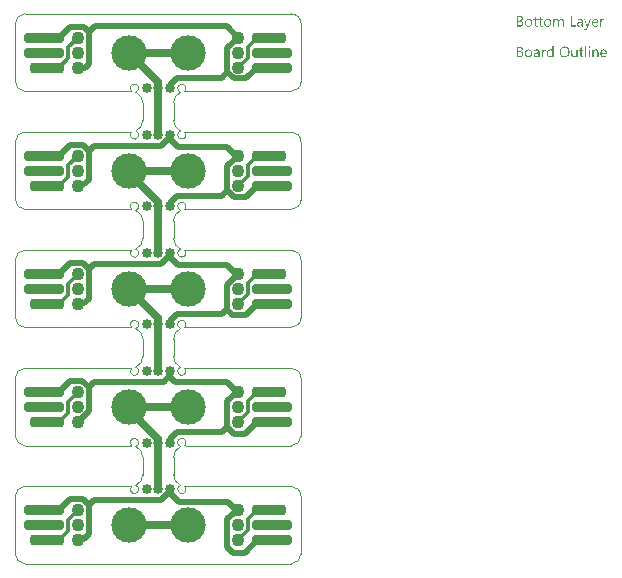
<source format=gbl>
G04*
G04 #@! TF.GenerationSoftware,Altium Limited,Altium Designer,21.3.2 (30)*
G04*
G04 Layer_Physical_Order=2*
G04 Layer_Color=16711680*
%FSAX25Y25*%
%MOIN*%
G70*
G04*
G04 #@! TF.SameCoordinates,95C765EB-83B6-4E62-A68E-D1C90A93CB07*
G04*
G04*
G04 #@! TF.FilePolarity,Positive*
G04*
G01*
G75*
%ADD10C,0.00394*%
%ADD17C,0.02756*%
%ADD18C,0.01181*%
%ADD19C,0.01968*%
%ADD20C,0.00787*%
%ADD21C,0.01339*%
%ADD22C,0.11811*%
%ADD23C,0.03347*%
%ADD24C,0.02362*%
G04:AMPARAMS|DCode=25|XSize=35.43mil|YSize=135.83mil|CornerRadius=13.82mil|HoleSize=0mil|Usage=FLASHONLY|Rotation=270.000|XOffset=0mil|YOffset=0mil|HoleType=Round|Shape=RoundedRectangle|*
%AMROUNDEDRECTD25*
21,1,0.03543,0.10819,0,0,270.0*
21,1,0.00780,0.13583,0,0,270.0*
1,1,0.02764,-0.05409,-0.00390*
1,1,0.02764,-0.05409,0.00390*
1,1,0.02764,0.05409,0.00390*
1,1,0.02764,0.05409,-0.00390*
%
%ADD25ROUNDEDRECTD25*%
G04:AMPARAMS|DCode=26|XSize=35.43mil|YSize=116.14mil|CornerRadius=13.82mil|HoleSize=0mil|Usage=FLASHONLY|Rotation=270.000|XOffset=0mil|YOffset=0mil|HoleType=Round|Shape=RoundedRectangle|*
%AMROUNDEDRECTD26*
21,1,0.03543,0.08850,0,0,270.0*
21,1,0.00780,0.11614,0,0,270.0*
1,1,0.02764,-0.04425,-0.00390*
1,1,0.02764,-0.04425,0.00390*
1,1,0.02764,0.04425,0.00390*
1,1,0.02764,0.04425,-0.00390*
%
%ADD26ROUNDEDRECTD26*%
%ADD27C,0.04331*%
G36*
X0134462Y0089966D02*
X0134480D01*
X0134502Y0089963D01*
X0134555Y0089953D01*
X0134616Y0089938D01*
X0134687Y0089916D01*
X0134762Y0089882D01*
X0134839Y0089842D01*
X0134879Y0089814D01*
X0134916Y0089786D01*
X0134953Y0089755D01*
X0134990Y0089718D01*
X0135027Y0089678D01*
X0135061Y0089635D01*
X0135092Y0089589D01*
X0135123Y0089536D01*
X0135151Y0089480D01*
X0135176Y0089419D01*
X0135197Y0089354D01*
X0135219Y0089283D01*
X0135231Y0089209D01*
X0135244Y0089125D01*
X0135250Y0089039D01*
X0135253Y0088946D01*
Y0087401D01*
X0134851D01*
Y0088841D01*
Y0088847D01*
Y0088859D01*
Y0088881D01*
X0134848Y0088909D01*
Y0088943D01*
X0134845Y0088983D01*
X0134842Y0089026D01*
X0134836Y0089073D01*
X0134820Y0089171D01*
X0134796Y0089270D01*
X0134783Y0089320D01*
X0134765Y0089363D01*
X0134743Y0089406D01*
X0134721Y0089443D01*
Y0089446D01*
X0134715Y0089453D01*
X0134709Y0089462D01*
X0134697Y0089471D01*
X0134684Y0089487D01*
X0134666Y0089502D01*
X0134644Y0089517D01*
X0134619Y0089536D01*
X0134592Y0089555D01*
X0134561Y0089570D01*
X0134524Y0089586D01*
X0134487Y0089601D01*
X0134443Y0089610D01*
X0134394Y0089619D01*
X0134344Y0089626D01*
X0134289Y0089629D01*
X0134264D01*
X0134246Y0089626D01*
X0134224Y0089623D01*
X0134199Y0089616D01*
X0134137Y0089601D01*
X0134103Y0089589D01*
X0134069Y0089570D01*
X0134032Y0089552D01*
X0133998Y0089530D01*
X0133961Y0089502D01*
X0133924Y0089471D01*
X0133887Y0089434D01*
X0133853Y0089394D01*
X0133850Y0089391D01*
X0133847Y0089385D01*
X0133838Y0089369D01*
X0133825Y0089354D01*
X0133813Y0089329D01*
X0133798Y0089301D01*
X0133779Y0089270D01*
X0133764Y0089236D01*
X0133748Y0089196D01*
X0133730Y0089153D01*
X0133714Y0089107D01*
X0133702Y0089057D01*
X0133689Y0089005D01*
X0133683Y0088949D01*
X0133677Y0088893D01*
X0133674Y0088832D01*
Y0087401D01*
X0133272D01*
Y0088890D01*
Y0088893D01*
Y0088899D01*
Y0088909D01*
Y0088921D01*
X0133269Y0088940D01*
Y0088958D01*
X0133263Y0089005D01*
X0133254Y0089060D01*
X0133241Y0089125D01*
X0133226Y0089190D01*
X0133201Y0089261D01*
X0133170Y0089329D01*
X0133133Y0089394D01*
X0133087Y0089459D01*
X0133031Y0089514D01*
X0132966Y0089561D01*
X0132929Y0089579D01*
X0132889Y0089598D01*
X0132846Y0089610D01*
X0132802Y0089619D01*
X0132753Y0089626D01*
X0132701Y0089629D01*
X0132676D01*
X0132657Y0089626D01*
X0132633Y0089623D01*
X0132608Y0089616D01*
X0132546Y0089601D01*
X0132512Y0089589D01*
X0132478Y0089573D01*
X0132441Y0089558D01*
X0132404Y0089536D01*
X0132367Y0089508D01*
X0132330Y0089480D01*
X0132296Y0089446D01*
X0132262Y0089406D01*
X0132259Y0089403D01*
X0132256Y0089397D01*
X0132246Y0089385D01*
X0132234Y0089366D01*
X0132222Y0089345D01*
X0132209Y0089320D01*
X0132194Y0089289D01*
X0132178Y0089252D01*
X0132160Y0089212D01*
X0132144Y0089168D01*
X0132132Y0089122D01*
X0132120Y0089073D01*
X0132107Y0089017D01*
X0132098Y0088958D01*
X0132095Y0088896D01*
X0132092Y0088832D01*
Y0087401D01*
X0131690D01*
Y0089910D01*
X0132092D01*
Y0089511D01*
X0132101D01*
X0132104Y0089517D01*
X0132114Y0089530D01*
X0132129Y0089555D01*
X0132150Y0089582D01*
X0132178Y0089616D01*
X0132212Y0089657D01*
X0132253Y0089697D01*
X0132299Y0089740D01*
X0132351Y0089783D01*
X0132410Y0089823D01*
X0132475Y0089864D01*
X0132543Y0089898D01*
X0132620Y0089925D01*
X0132704Y0089950D01*
X0132790Y0089963D01*
X0132883Y0089969D01*
X0132908D01*
X0132926Y0089966D01*
X0132948D01*
X0132976Y0089963D01*
X0133003Y0089956D01*
X0133034Y0089950D01*
X0133105Y0089935D01*
X0133179Y0089907D01*
X0133254Y0089873D01*
X0133291Y0089848D01*
X0133328Y0089823D01*
X0133331Y0089820D01*
X0133337Y0089817D01*
X0133346Y0089808D01*
X0133359Y0089799D01*
X0133393Y0089765D01*
X0133433Y0089724D01*
X0133476Y0089669D01*
X0133519Y0089604D01*
X0133560Y0089530D01*
X0133590Y0089446D01*
X0133594Y0089453D01*
X0133603Y0089468D01*
X0133621Y0089496D01*
X0133643Y0089527D01*
X0133674Y0089567D01*
X0133708Y0089613D01*
X0133751Y0089660D01*
X0133801Y0089709D01*
X0133856Y0089755D01*
X0133918Y0089805D01*
X0133986Y0089848D01*
X0134060Y0089888D01*
X0134144Y0089919D01*
X0134230Y0089947D01*
X0134326Y0089963D01*
X0134425Y0089969D01*
X0134446D01*
X0134462Y0089966D01*
D02*
G37*
G36*
X0148478Y0089950D02*
X0148512D01*
X0148549Y0089944D01*
X0148589Y0089938D01*
X0148629Y0089932D01*
X0148663Y0089919D01*
Y0089502D01*
X0148657Y0089505D01*
X0148645Y0089514D01*
X0148620Y0089527D01*
X0148586Y0089542D01*
X0148540Y0089558D01*
X0148491Y0089570D01*
X0148429Y0089579D01*
X0148358Y0089582D01*
X0148333D01*
X0148314Y0089579D01*
X0148293Y0089576D01*
X0148268Y0089570D01*
X0148209Y0089552D01*
X0148175Y0089539D01*
X0148141Y0089524D01*
X0148104Y0089502D01*
X0148067Y0089480D01*
X0148033Y0089453D01*
X0147996Y0089419D01*
X0147962Y0089382D01*
X0147928Y0089338D01*
X0147925Y0089335D01*
X0147922Y0089326D01*
X0147913Y0089314D01*
X0147900Y0089295D01*
X0147888Y0089270D01*
X0147872Y0089239D01*
X0147857Y0089205D01*
X0147842Y0089165D01*
X0147826Y0089122D01*
X0147811Y0089073D01*
X0147795Y0089017D01*
X0147783Y0088958D01*
X0147771Y0088893D01*
X0147761Y0088825D01*
X0147758Y0088754D01*
X0147755Y0088677D01*
Y0087401D01*
X0147353D01*
Y0089910D01*
X0147755D01*
Y0089391D01*
X0147764D01*
Y0089394D01*
X0147767Y0089403D01*
X0147774Y0089416D01*
X0147780Y0089434D01*
X0147789Y0089456D01*
X0147801Y0089483D01*
X0147829Y0089542D01*
X0147866Y0089610D01*
X0147913Y0089678D01*
X0147965Y0089743D01*
X0148027Y0089805D01*
X0148030Y0089808D01*
X0148036Y0089811D01*
X0148046Y0089817D01*
X0148058Y0089830D01*
X0148073Y0089839D01*
X0148095Y0089851D01*
X0148141Y0089879D01*
X0148200Y0089907D01*
X0148268Y0089932D01*
X0148342Y0089947D01*
X0148382Y0089950D01*
X0148423Y0089953D01*
X0148447D01*
X0148478Y0089950D01*
D02*
G37*
G36*
X0143145Y0086999D02*
Y0086996D01*
X0143142Y0086990D01*
X0143135Y0086981D01*
X0143129Y0086965D01*
X0143123Y0086947D01*
X0143114Y0086928D01*
X0143089Y0086879D01*
X0143055Y0086820D01*
X0143018Y0086752D01*
X0142972Y0086684D01*
X0142919Y0086610D01*
X0142860Y0086539D01*
X0142796Y0086468D01*
X0142725Y0086400D01*
X0142647Y0086341D01*
X0142564Y0086291D01*
X0142521Y0086273D01*
X0142474Y0086255D01*
X0142428Y0086239D01*
X0142378Y0086230D01*
X0142329Y0086224D01*
X0142277Y0086221D01*
X0142252D01*
X0142221Y0086224D01*
X0142184D01*
X0142144Y0086230D01*
X0142100Y0086236D01*
X0142054Y0086242D01*
X0142014Y0086255D01*
Y0086613D01*
X0142020Y0086610D01*
X0142035Y0086607D01*
X0142060Y0086601D01*
X0142091Y0086591D01*
X0142128Y0086582D01*
X0142168Y0086576D01*
X0142212Y0086573D01*
X0142252Y0086570D01*
X0142264D01*
X0142280Y0086573D01*
X0142301Y0086576D01*
X0142326Y0086582D01*
X0142357Y0086588D01*
X0142388Y0086601D01*
X0142425Y0086616D01*
X0142459Y0086634D01*
X0142499Y0086659D01*
X0142536Y0086687D01*
X0142573Y0086721D01*
X0142610Y0086764D01*
X0142647Y0086811D01*
X0142678Y0086866D01*
X0142709Y0086931D01*
X0142910Y0087404D01*
X0141930Y0089910D01*
X0142375D01*
X0143055Y0087979D01*
Y0087976D01*
X0143058Y0087969D01*
X0143061Y0087960D01*
X0143068Y0087942D01*
X0143074Y0087917D01*
X0143080Y0087883D01*
X0143092Y0087840D01*
X0143105Y0087787D01*
X0143120D01*
Y0087790D01*
X0143123Y0087800D01*
X0143126Y0087812D01*
X0143132Y0087833D01*
X0143139Y0087858D01*
X0143145Y0087889D01*
X0143157Y0087929D01*
X0143169Y0087972D01*
X0143883Y0089910D01*
X0144297D01*
X0143145Y0086999D01*
D02*
G37*
G36*
X0140698Y0089966D02*
X0140719D01*
X0140741Y0089963D01*
X0140769Y0089959D01*
X0140799Y0089953D01*
X0140864Y0089941D01*
X0140942Y0089919D01*
X0141019Y0089891D01*
X0141102Y0089851D01*
X0141186Y0089802D01*
X0141226Y0089774D01*
X0141266Y0089740D01*
X0141303Y0089703D01*
X0141340Y0089666D01*
X0141374Y0089623D01*
X0141405Y0089573D01*
X0141436Y0089524D01*
X0141464Y0089468D01*
X0141485Y0089406D01*
X0141507Y0089341D01*
X0141523Y0089273D01*
X0141535Y0089196D01*
X0141541Y0089119D01*
X0141544Y0089032D01*
Y0087401D01*
X0141142D01*
Y0087790D01*
X0141133D01*
X0141130Y0087784D01*
X0141121Y0087772D01*
X0141105Y0087750D01*
X0141084Y0087719D01*
X0141056Y0087685D01*
X0141022Y0087648D01*
X0140985Y0087608D01*
X0140938Y0087568D01*
X0140886Y0087524D01*
X0140830Y0087484D01*
X0140766Y0087447D01*
X0140698Y0087413D01*
X0140620Y0087382D01*
X0140540Y0087361D01*
X0140453Y0087348D01*
X0140361Y0087342D01*
X0140324D01*
X0140299Y0087345D01*
X0140268Y0087348D01*
X0140231Y0087351D01*
X0140191Y0087358D01*
X0140147Y0087367D01*
X0140052Y0087392D01*
X0140005Y0087407D01*
X0139956Y0087426D01*
X0139906Y0087447D01*
X0139860Y0087475D01*
X0139817Y0087506D01*
X0139774Y0087540D01*
X0139770Y0087543D01*
X0139764Y0087549D01*
X0139755Y0087562D01*
X0139740Y0087577D01*
X0139724Y0087595D01*
X0139709Y0087620D01*
X0139687Y0087648D01*
X0139669Y0087679D01*
X0139650Y0087716D01*
X0139631Y0087756D01*
X0139613Y0087800D01*
X0139597Y0087846D01*
X0139582Y0087895D01*
X0139573Y0087948D01*
X0139567Y0088007D01*
X0139564Y0088065D01*
Y0088068D01*
Y0088074D01*
Y0088084D01*
X0139567Y0088096D01*
Y0088112D01*
X0139570Y0088130D01*
X0139576Y0088176D01*
X0139588Y0088232D01*
X0139607Y0088294D01*
X0139631Y0088362D01*
X0139669Y0088433D01*
X0139712Y0088504D01*
X0139764Y0088575D01*
X0139798Y0088609D01*
X0139832Y0088643D01*
X0139873Y0088677D01*
X0139913Y0088708D01*
X0139959Y0088739D01*
X0140008Y0088767D01*
X0140061Y0088791D01*
X0140120Y0088816D01*
X0140182Y0088838D01*
X0140246Y0088856D01*
X0140317Y0088872D01*
X0140392Y0088884D01*
X0141142Y0088989D01*
Y0088992D01*
Y0088995D01*
Y0089005D01*
Y0089017D01*
X0141139Y0089048D01*
X0141133Y0089088D01*
X0141127Y0089137D01*
X0141115Y0089193D01*
X0141099Y0089249D01*
X0141078Y0089310D01*
X0141050Y0089369D01*
X0141016Y0089428D01*
X0140976Y0089480D01*
X0140926Y0089530D01*
X0140864Y0089570D01*
X0140796Y0089601D01*
X0140759Y0089613D01*
X0140716Y0089623D01*
X0140673Y0089626D01*
X0140626Y0089629D01*
X0140605D01*
X0140583Y0089626D01*
X0140549Y0089623D01*
X0140509Y0089619D01*
X0140463Y0089613D01*
X0140410Y0089604D01*
X0140355Y0089592D01*
X0140293Y0089573D01*
X0140228Y0089555D01*
X0140160Y0089530D01*
X0140089Y0089499D01*
X0140018Y0089462D01*
X0139947Y0089422D01*
X0139875Y0089375D01*
X0139808Y0089320D01*
Y0089731D01*
X0139811Y0089734D01*
X0139823Y0089740D01*
X0139845Y0089752D01*
X0139873Y0089768D01*
X0139910Y0089786D01*
X0139950Y0089805D01*
X0139999Y0089827D01*
X0140055Y0089851D01*
X0140113Y0089873D01*
X0140178Y0089894D01*
X0140249Y0089913D01*
X0140324Y0089932D01*
X0140404Y0089947D01*
X0140484Y0089959D01*
X0140571Y0089966D01*
X0140660Y0089969D01*
X0140682D01*
X0140698Y0089966D01*
D02*
G37*
G36*
X0137855Y0087772D02*
X0139267D01*
Y0087401D01*
X0137444D01*
Y0090914D01*
X0137855D01*
Y0087772D01*
D02*
G37*
G36*
X0120662Y0090911D02*
X0120699Y0090908D01*
X0120742Y0090902D01*
X0120792Y0090896D01*
X0120847Y0090886D01*
X0120903Y0090874D01*
X0120962Y0090859D01*
X0121023Y0090840D01*
X0121082Y0090818D01*
X0121144Y0090794D01*
X0121200Y0090763D01*
X0121255Y0090729D01*
X0121308Y0090689D01*
X0121311Y0090685D01*
X0121320Y0090679D01*
X0121333Y0090667D01*
X0121348Y0090649D01*
X0121370Y0090627D01*
X0121391Y0090599D01*
X0121416Y0090568D01*
X0121441Y0090534D01*
X0121465Y0090494D01*
X0121490Y0090451D01*
X0121512Y0090401D01*
X0121533Y0090352D01*
X0121549Y0090296D01*
X0121561Y0090237D01*
X0121570Y0090176D01*
X0121573Y0090111D01*
Y0090108D01*
Y0090098D01*
Y0090083D01*
X0121570Y0090061D01*
X0121567Y0090034D01*
X0121564Y0090006D01*
X0121561Y0089972D01*
X0121555Y0089935D01*
X0121533Y0089851D01*
X0121505Y0089765D01*
X0121487Y0089718D01*
X0121465Y0089675D01*
X0121441Y0089632D01*
X0121413Y0089589D01*
X0121410Y0089586D01*
X0121407Y0089579D01*
X0121397Y0089567D01*
X0121382Y0089552D01*
X0121367Y0089536D01*
X0121348Y0089514D01*
X0121323Y0089493D01*
X0121299Y0089468D01*
X0121268Y0089443D01*
X0121234Y0089416D01*
X0121196Y0089391D01*
X0121156Y0089363D01*
X0121113Y0089338D01*
X0121070Y0089317D01*
X0120968Y0089276D01*
Y0089267D01*
X0120971D01*
X0120983Y0089264D01*
X0121002Y0089261D01*
X0121027Y0089258D01*
X0121057Y0089252D01*
X0121091Y0089243D01*
X0121132Y0089230D01*
X0121172Y0089218D01*
X0121261Y0089184D01*
X0121311Y0089162D01*
X0121357Y0089134D01*
X0121404Y0089107D01*
X0121450Y0089076D01*
X0121496Y0089039D01*
X0121536Y0088998D01*
X0121539Y0088995D01*
X0121546Y0088989D01*
X0121555Y0088977D01*
X0121570Y0088958D01*
X0121586Y0088933D01*
X0121604Y0088909D01*
X0121623Y0088875D01*
X0121645Y0088841D01*
X0121663Y0088801D01*
X0121682Y0088754D01*
X0121700Y0088708D01*
X0121716Y0088655D01*
X0121731Y0088597D01*
X0121740Y0088538D01*
X0121747Y0088476D01*
X0121750Y0088408D01*
Y0088402D01*
Y0088390D01*
X0121747Y0088365D01*
X0121743Y0088334D01*
X0121740Y0088294D01*
X0121731Y0088251D01*
X0121722Y0088201D01*
X0121709Y0088149D01*
X0121691Y0088090D01*
X0121669Y0088031D01*
X0121645Y0087972D01*
X0121614Y0087911D01*
X0121577Y0087849D01*
X0121533Y0087790D01*
X0121484Y0087735D01*
X0121425Y0087679D01*
X0121422Y0087676D01*
X0121410Y0087667D01*
X0121391Y0087654D01*
X0121367Y0087636D01*
X0121335Y0087614D01*
X0121295Y0087592D01*
X0121252Y0087565D01*
X0121203Y0087540D01*
X0121144Y0087515D01*
X0121082Y0087490D01*
X0121017Y0087466D01*
X0120943Y0087444D01*
X0120866Y0087426D01*
X0120785Y0087413D01*
X0120699Y0087404D01*
X0120609Y0087401D01*
X0119587D01*
Y0090914D01*
X0120628D01*
X0120662Y0090911D01*
D02*
G37*
G36*
X0127580Y0089910D02*
X0128214D01*
Y0089564D01*
X0127580D01*
Y0088152D01*
Y0088149D01*
Y0088139D01*
Y0088127D01*
Y0088112D01*
X0127584Y0088090D01*
X0127587Y0088065D01*
X0127593Y0088013D01*
X0127602Y0087951D01*
X0127618Y0087892D01*
X0127639Y0087836D01*
X0127652Y0087812D01*
X0127667Y0087790D01*
X0127670Y0087787D01*
X0127682Y0087775D01*
X0127704Y0087756D01*
X0127735Y0087738D01*
X0127775Y0087716D01*
X0127824Y0087701D01*
X0127883Y0087688D01*
X0127951Y0087682D01*
X0127976D01*
X0128004Y0087685D01*
X0128041Y0087691D01*
X0128081Y0087704D01*
X0128127Y0087716D01*
X0128171Y0087738D01*
X0128214Y0087766D01*
Y0087423D01*
X0128211D01*
X0128208Y0087419D01*
X0128198Y0087416D01*
X0128189Y0087410D01*
X0128155Y0087398D01*
X0128115Y0087385D01*
X0128059Y0087373D01*
X0127995Y0087361D01*
X0127920Y0087351D01*
X0127837Y0087348D01*
X0127809D01*
X0127775Y0087354D01*
X0127735Y0087361D01*
X0127685Y0087370D01*
X0127630Y0087388D01*
X0127568Y0087410D01*
X0127509Y0087441D01*
X0127448Y0087478D01*
X0127386Y0087528D01*
X0127330Y0087586D01*
X0127305Y0087620D01*
X0127281Y0087657D01*
X0127259Y0087697D01*
X0127241Y0087741D01*
X0127222Y0087787D01*
X0127207Y0087840D01*
X0127194Y0087892D01*
X0127185Y0087951D01*
X0127182Y0088013D01*
X0127179Y0088081D01*
Y0089564D01*
X0126749D01*
Y0089910D01*
X0127179D01*
Y0090522D01*
X0127580Y0090652D01*
Y0089910D01*
D02*
G37*
G36*
X0125881D02*
X0126514D01*
Y0089564D01*
X0125881D01*
Y0088152D01*
Y0088149D01*
Y0088139D01*
Y0088127D01*
Y0088112D01*
X0125884Y0088090D01*
X0125887Y0088065D01*
X0125893Y0088013D01*
X0125903Y0087951D01*
X0125918Y0087892D01*
X0125940Y0087836D01*
X0125952Y0087812D01*
X0125968Y0087790D01*
X0125971Y0087787D01*
X0125983Y0087775D01*
X0126005Y0087756D01*
X0126035Y0087738D01*
X0126076Y0087716D01*
X0126125Y0087701D01*
X0126184Y0087688D01*
X0126252Y0087682D01*
X0126277D01*
X0126304Y0087685D01*
X0126341Y0087691D01*
X0126382Y0087704D01*
X0126428Y0087716D01*
X0126471Y0087738D01*
X0126514Y0087766D01*
Y0087423D01*
X0126511D01*
X0126508Y0087419D01*
X0126499Y0087416D01*
X0126490Y0087410D01*
X0126456Y0087398D01*
X0126416Y0087385D01*
X0126360Y0087373D01*
X0126295Y0087361D01*
X0126221Y0087351D01*
X0126137Y0087348D01*
X0126110D01*
X0126076Y0087354D01*
X0126035Y0087361D01*
X0125986Y0087370D01*
X0125930Y0087388D01*
X0125869Y0087410D01*
X0125810Y0087441D01*
X0125748Y0087478D01*
X0125686Y0087528D01*
X0125631Y0087586D01*
X0125606Y0087620D01*
X0125581Y0087657D01*
X0125560Y0087697D01*
X0125541Y0087741D01*
X0125522Y0087787D01*
X0125507Y0087840D01*
X0125495Y0087892D01*
X0125485Y0087951D01*
X0125482Y0088013D01*
X0125479Y0088081D01*
Y0089564D01*
X0125050D01*
Y0089910D01*
X0125479D01*
Y0090522D01*
X0125881Y0090652D01*
Y0089910D01*
D02*
G37*
G36*
X0145762Y0089966D02*
X0145796Y0089963D01*
X0145839Y0089959D01*
X0145886Y0089953D01*
X0145938Y0089941D01*
X0145994Y0089929D01*
X0146055Y0089913D01*
X0146117Y0089891D01*
X0146179Y0089864D01*
X0146244Y0089833D01*
X0146306Y0089796D01*
X0146365Y0089752D01*
X0146423Y0089703D01*
X0146476Y0089647D01*
X0146479Y0089644D01*
X0146488Y0089632D01*
X0146501Y0089613D01*
X0146519Y0089589D01*
X0146538Y0089558D01*
X0146562Y0089517D01*
X0146587Y0089471D01*
X0146612Y0089419D01*
X0146636Y0089357D01*
X0146661Y0089292D01*
X0146686Y0089218D01*
X0146704Y0089140D01*
X0146723Y0089054D01*
X0146735Y0088964D01*
X0146745Y0088866D01*
X0146748Y0088763D01*
Y0088553D01*
X0144974D01*
Y0088547D01*
Y0088535D01*
X0144977Y0088513D01*
X0144980Y0088485D01*
X0144983Y0088448D01*
X0144990Y0088408D01*
X0144996Y0088365D01*
X0145008Y0088315D01*
X0145036Y0088210D01*
X0145054Y0088158D01*
X0145076Y0088102D01*
X0145101Y0088050D01*
X0145129Y0087997D01*
X0145162Y0087951D01*
X0145200Y0087905D01*
X0145203Y0087901D01*
X0145209Y0087895D01*
X0145221Y0087883D01*
X0145240Y0087871D01*
X0145261Y0087852D01*
X0145289Y0087833D01*
X0145320Y0087812D01*
X0145354Y0087793D01*
X0145394Y0087772D01*
X0145441Y0087750D01*
X0145487Y0087731D01*
X0145543Y0087713D01*
X0145598Y0087701D01*
X0145660Y0087688D01*
X0145725Y0087682D01*
X0145793Y0087679D01*
X0145811D01*
X0145833Y0087682D01*
X0145864D01*
X0145901Y0087688D01*
X0145944Y0087694D01*
X0145994Y0087704D01*
X0146049Y0087713D01*
X0146108Y0087728D01*
X0146170Y0087747D01*
X0146235Y0087769D01*
X0146300Y0087796D01*
X0146368Y0087827D01*
X0146436Y0087864D01*
X0146504Y0087908D01*
X0146572Y0087957D01*
Y0087580D01*
X0146569Y0087577D01*
X0146556Y0087571D01*
X0146538Y0087559D01*
X0146513Y0087543D01*
X0146479Y0087524D01*
X0146439Y0087506D01*
X0146392Y0087484D01*
X0146340Y0087463D01*
X0146278Y0087438D01*
X0146213Y0087416D01*
X0146142Y0087398D01*
X0146065Y0087379D01*
X0145981Y0087364D01*
X0145892Y0087351D01*
X0145796Y0087345D01*
X0145697Y0087342D01*
X0145672D01*
X0145648Y0087345D01*
X0145611Y0087348D01*
X0145564Y0087351D01*
X0145512Y0087361D01*
X0145456Y0087370D01*
X0145394Y0087385D01*
X0145329Y0087404D01*
X0145261Y0087426D01*
X0145190Y0087453D01*
X0145122Y0087484D01*
X0145051Y0087524D01*
X0144986Y0087571D01*
X0144922Y0087623D01*
X0144863Y0087682D01*
X0144860Y0087685D01*
X0144851Y0087697D01*
X0144835Y0087719D01*
X0144817Y0087747D01*
X0144792Y0087781D01*
X0144767Y0087824D01*
X0144739Y0087874D01*
X0144711Y0087932D01*
X0144684Y0087994D01*
X0144656Y0088068D01*
X0144631Y0088146D01*
X0144606Y0088232D01*
X0144588Y0088325D01*
X0144572Y0088424D01*
X0144563Y0088532D01*
X0144560Y0088643D01*
Y0088646D01*
Y0088649D01*
Y0088658D01*
Y0088668D01*
X0144563Y0088699D01*
X0144566Y0088742D01*
X0144569Y0088791D01*
X0144579Y0088847D01*
X0144588Y0088912D01*
X0144600Y0088983D01*
X0144619Y0089057D01*
X0144640Y0089134D01*
X0144668Y0089215D01*
X0144699Y0089295D01*
X0144736Y0089372D01*
X0144782Y0089453D01*
X0144832Y0089527D01*
X0144891Y0089598D01*
X0144894Y0089601D01*
X0144906Y0089613D01*
X0144925Y0089632D01*
X0144949Y0089657D01*
X0144983Y0089684D01*
X0145024Y0089715D01*
X0145067Y0089749D01*
X0145119Y0089783D01*
X0145175Y0089817D01*
X0145240Y0089851D01*
X0145308Y0089882D01*
X0145379Y0089910D01*
X0145456Y0089935D01*
X0145539Y0089953D01*
X0145626Y0089966D01*
X0145716Y0089969D01*
X0145737D01*
X0145762Y0089966D01*
D02*
G37*
G36*
X0129910D02*
X0129950Y0089963D01*
X0129997Y0089959D01*
X0130052Y0089950D01*
X0130111Y0089941D01*
X0130176Y0089925D01*
X0130247Y0089907D01*
X0130318Y0089885D01*
X0130389Y0089857D01*
X0130463Y0089823D01*
X0130535Y0089783D01*
X0130605Y0089737D01*
X0130670Y0089684D01*
X0130732Y0089623D01*
X0130735Y0089619D01*
X0130745Y0089607D01*
X0130760Y0089586D01*
X0130782Y0089558D01*
X0130806Y0089524D01*
X0130831Y0089480D01*
X0130862Y0089431D01*
X0130890Y0089372D01*
X0130921Y0089307D01*
X0130948Y0089236D01*
X0130973Y0089159D01*
X0130998Y0089073D01*
X0131020Y0088980D01*
X0131035Y0088881D01*
X0131044Y0088776D01*
X0131047Y0088665D01*
Y0088662D01*
Y0088658D01*
Y0088649D01*
Y0088637D01*
X0131044Y0088606D01*
X0131041Y0088566D01*
X0131038Y0088513D01*
X0131029Y0088455D01*
X0131020Y0088390D01*
X0131004Y0088319D01*
X0130986Y0088244D01*
X0130964Y0088164D01*
X0130936Y0088084D01*
X0130905Y0088003D01*
X0130865Y0087923D01*
X0130819Y0087846D01*
X0130766Y0087772D01*
X0130708Y0087701D01*
X0130704Y0087697D01*
X0130692Y0087685D01*
X0130674Y0087667D01*
X0130646Y0087645D01*
X0130612Y0087617D01*
X0130572Y0087586D01*
X0130522Y0087555D01*
X0130466Y0087521D01*
X0130405Y0087487D01*
X0130337Y0087457D01*
X0130263Y0087426D01*
X0130182Y0087398D01*
X0130093Y0087376D01*
X0130000Y0087358D01*
X0129904Y0087345D01*
X0129799Y0087342D01*
X0129774D01*
X0129746Y0087345D01*
X0129706Y0087348D01*
X0129660Y0087351D01*
X0129604Y0087361D01*
X0129546Y0087370D01*
X0129481Y0087385D01*
X0129410Y0087404D01*
X0129339Y0087429D01*
X0129264Y0087457D01*
X0129190Y0087490D01*
X0129116Y0087531D01*
X0129042Y0087577D01*
X0128974Y0087629D01*
X0128909Y0087691D01*
X0128906Y0087694D01*
X0128894Y0087707D01*
X0128878Y0087728D01*
X0128857Y0087756D01*
X0128832Y0087790D01*
X0128804Y0087833D01*
X0128776Y0087883D01*
X0128745Y0087942D01*
X0128715Y0088003D01*
X0128684Y0088074D01*
X0128656Y0088152D01*
X0128631Y0088235D01*
X0128609Y0088322D01*
X0128594Y0088418D01*
X0128582Y0088519D01*
X0128578Y0088625D01*
Y0088628D01*
Y0088631D01*
Y0088640D01*
Y0088652D01*
X0128582Y0088686D01*
X0128585Y0088730D01*
X0128588Y0088782D01*
X0128597Y0088844D01*
X0128606Y0088912D01*
X0128622Y0088986D01*
X0128640Y0089063D01*
X0128662Y0089144D01*
X0128690Y0089227D01*
X0128724Y0089310D01*
X0128764Y0089391D01*
X0128807Y0089468D01*
X0128860Y0089542D01*
X0128921Y0089613D01*
X0128925Y0089616D01*
X0128937Y0089629D01*
X0128959Y0089647D01*
X0128986Y0089669D01*
X0129020Y0089697D01*
X0129064Y0089724D01*
X0129113Y0089758D01*
X0129169Y0089793D01*
X0129230Y0089823D01*
X0129302Y0089857D01*
X0129379Y0089885D01*
X0129462Y0089913D01*
X0129552Y0089935D01*
X0129648Y0089953D01*
X0129750Y0089966D01*
X0129858Y0089969D01*
X0129883D01*
X0129910Y0089966D01*
D02*
G37*
G36*
X0123570D02*
X0123610Y0089963D01*
X0123656Y0089959D01*
X0123712Y0089950D01*
X0123770Y0089941D01*
X0123835Y0089925D01*
X0123906Y0089907D01*
X0123977Y0089885D01*
X0124049Y0089857D01*
X0124123Y0089823D01*
X0124194Y0089783D01*
X0124265Y0089737D01*
X0124330Y0089684D01*
X0124392Y0089623D01*
X0124395Y0089619D01*
X0124404Y0089607D01*
X0124419Y0089586D01*
X0124441Y0089558D01*
X0124466Y0089524D01*
X0124490Y0089480D01*
X0124521Y0089431D01*
X0124549Y0089372D01*
X0124580Y0089307D01*
X0124608Y0089236D01*
X0124633Y0089159D01*
X0124657Y0089073D01*
X0124679Y0088980D01*
X0124694Y0088881D01*
X0124704Y0088776D01*
X0124707Y0088665D01*
Y0088662D01*
Y0088658D01*
Y0088649D01*
Y0088637D01*
X0124704Y0088606D01*
X0124701Y0088566D01*
X0124697Y0088513D01*
X0124688Y0088455D01*
X0124679Y0088390D01*
X0124663Y0088319D01*
X0124645Y0088244D01*
X0124623Y0088164D01*
X0124595Y0088084D01*
X0124565Y0088003D01*
X0124524Y0087923D01*
X0124478Y0087846D01*
X0124425Y0087772D01*
X0124367Y0087701D01*
X0124364Y0087697D01*
X0124351Y0087685D01*
X0124333Y0087667D01*
X0124305Y0087645D01*
X0124271Y0087617D01*
X0124231Y0087586D01*
X0124181Y0087555D01*
X0124126Y0087521D01*
X0124064Y0087487D01*
X0123996Y0087457D01*
X0123922Y0087426D01*
X0123842Y0087398D01*
X0123752Y0087376D01*
X0123659Y0087358D01*
X0123563Y0087345D01*
X0123458Y0087342D01*
X0123434D01*
X0123406Y0087345D01*
X0123366Y0087348D01*
X0123319Y0087351D01*
X0123264Y0087361D01*
X0123205Y0087370D01*
X0123140Y0087385D01*
X0123069Y0087404D01*
X0122998Y0087429D01*
X0122924Y0087457D01*
X0122850Y0087490D01*
X0122775Y0087531D01*
X0122701Y0087577D01*
X0122633Y0087629D01*
X0122569Y0087691D01*
X0122565Y0087694D01*
X0122553Y0087707D01*
X0122538Y0087728D01*
X0122516Y0087756D01*
X0122491Y0087790D01*
X0122463Y0087833D01*
X0122436Y0087883D01*
X0122405Y0087942D01*
X0122374Y0088003D01*
X0122343Y0088074D01*
X0122315Y0088152D01*
X0122290Y0088235D01*
X0122269Y0088322D01*
X0122253Y0088418D01*
X0122241Y0088519D01*
X0122238Y0088625D01*
Y0088628D01*
Y0088631D01*
Y0088640D01*
Y0088652D01*
X0122241Y0088686D01*
X0122244Y0088730D01*
X0122247Y0088782D01*
X0122256Y0088844D01*
X0122266Y0088912D01*
X0122281Y0088986D01*
X0122300Y0089063D01*
X0122321Y0089144D01*
X0122349Y0089227D01*
X0122383Y0089310D01*
X0122423Y0089391D01*
X0122467Y0089468D01*
X0122519Y0089542D01*
X0122581Y0089613D01*
X0122584Y0089616D01*
X0122596Y0089629D01*
X0122618Y0089647D01*
X0122646Y0089669D01*
X0122680Y0089697D01*
X0122723Y0089724D01*
X0122772Y0089758D01*
X0122828Y0089793D01*
X0122890Y0089823D01*
X0122961Y0089857D01*
X0123038Y0089885D01*
X0123122Y0089913D01*
X0123211Y0089935D01*
X0123307Y0089953D01*
X0123409Y0089966D01*
X0123517Y0089969D01*
X0123542D01*
X0123570Y0089966D01*
D02*
G37*
G36*
X0143757Y0080889D02*
X0143784Y0080883D01*
X0143812Y0080873D01*
X0143843Y0080858D01*
X0143874Y0080839D01*
X0143905Y0080815D01*
X0143908Y0080812D01*
X0143917Y0080802D01*
X0143930Y0080787D01*
X0143945Y0080765D01*
X0143957Y0080737D01*
X0143970Y0080707D01*
X0143979Y0080669D01*
X0143982Y0080629D01*
Y0080623D01*
Y0080611D01*
X0143979Y0080592D01*
X0143973Y0080564D01*
X0143964Y0080537D01*
X0143948Y0080506D01*
X0143930Y0080475D01*
X0143905Y0080444D01*
X0143902Y0080441D01*
X0143893Y0080431D01*
X0143874Y0080419D01*
X0143852Y0080407D01*
X0143825Y0080394D01*
X0143794Y0080382D01*
X0143760Y0080373D01*
X0143719Y0080370D01*
X0143701D01*
X0143682Y0080373D01*
X0143655Y0080379D01*
X0143627Y0080388D01*
X0143596Y0080401D01*
X0143565Y0080416D01*
X0143534Y0080441D01*
X0143531Y0080444D01*
X0143522Y0080453D01*
X0143509Y0080472D01*
X0143497Y0080493D01*
X0143485Y0080518D01*
X0143472Y0080552D01*
X0143463Y0080589D01*
X0143460Y0080629D01*
Y0080635D01*
Y0080648D01*
X0143463Y0080669D01*
X0143469Y0080694D01*
X0143479Y0080725D01*
X0143491Y0080756D01*
X0143509Y0080787D01*
X0143534Y0080815D01*
X0143537Y0080818D01*
X0143546Y0080827D01*
X0143565Y0080839D01*
X0143587Y0080855D01*
X0143614Y0080867D01*
X0143645Y0080879D01*
X0143679Y0080889D01*
X0143719Y0080892D01*
X0143738D01*
X0143757Y0080889D01*
D02*
G37*
G36*
X0131789Y0077224D02*
X0131387D01*
Y0077647D01*
X0131378D01*
X0131375Y0077641D01*
X0131366Y0077626D01*
X0131347Y0077604D01*
X0131325Y0077573D01*
X0131295Y0077536D01*
X0131261Y0077496D01*
X0131217Y0077453D01*
X0131165Y0077406D01*
X0131109Y0077360D01*
X0131044Y0077317D01*
X0130973Y0077277D01*
X0130896Y0077240D01*
X0130813Y0077209D01*
X0130720Y0077187D01*
X0130621Y0077171D01*
X0130516Y0077165D01*
X0130494D01*
X0130470Y0077168D01*
X0130439Y0077171D01*
X0130398Y0077175D01*
X0130352Y0077184D01*
X0130300Y0077193D01*
X0130244Y0077209D01*
X0130185Y0077224D01*
X0130123Y0077249D01*
X0130062Y0077273D01*
X0129997Y0077307D01*
X0129935Y0077345D01*
X0129873Y0077391D01*
X0129815Y0077443D01*
X0129759Y0077502D01*
X0129756Y0077505D01*
X0129746Y0077518D01*
X0129734Y0077536D01*
X0129716Y0077564D01*
X0129694Y0077598D01*
X0129669Y0077638D01*
X0129645Y0077688D01*
X0129620Y0077743D01*
X0129592Y0077805D01*
X0129567Y0077873D01*
X0129543Y0077950D01*
X0129521Y0078031D01*
X0129502Y0078117D01*
X0129490Y0078213D01*
X0129481Y0078312D01*
X0129478Y0078417D01*
Y0078420D01*
Y0078423D01*
Y0078432D01*
Y0078445D01*
X0129481Y0078475D01*
X0129484Y0078519D01*
X0129487Y0078574D01*
X0129493Y0078633D01*
X0129502Y0078701D01*
X0129518Y0078775D01*
X0129533Y0078852D01*
X0129555Y0078936D01*
X0129580Y0079016D01*
X0129611Y0079103D01*
X0129645Y0079183D01*
X0129688Y0079264D01*
X0129734Y0079341D01*
X0129790Y0079415D01*
X0129793Y0079418D01*
X0129805Y0079430D01*
X0129824Y0079449D01*
X0129849Y0079474D01*
X0129879Y0079501D01*
X0129917Y0079535D01*
X0129963Y0079569D01*
X0130012Y0079603D01*
X0130071Y0079637D01*
X0130133Y0079671D01*
X0130201Y0079705D01*
X0130275Y0079733D01*
X0130355Y0079758D01*
X0130442Y0079776D01*
X0130531Y0079789D01*
X0130627Y0079792D01*
X0130649D01*
X0130677Y0079789D01*
X0130711Y0079786D01*
X0130754Y0079779D01*
X0130803Y0079770D01*
X0130856Y0079758D01*
X0130915Y0079742D01*
X0130976Y0079721D01*
X0131038Y0079693D01*
X0131100Y0079659D01*
X0131162Y0079619D01*
X0131220Y0079572D01*
X0131279Y0079520D01*
X0131332Y0079455D01*
X0131378Y0079384D01*
X0131387D01*
Y0080938D01*
X0131789D01*
Y0077224D01*
D02*
G37*
G36*
X0146003Y0079789D02*
X0146031D01*
X0146065Y0079783D01*
X0146105Y0079776D01*
X0146148Y0079770D01*
X0146195Y0079758D01*
X0146244Y0079746D01*
X0146297Y0079727D01*
X0146349Y0079705D01*
X0146402Y0079677D01*
X0146451Y0079647D01*
X0146501Y0079613D01*
X0146547Y0079569D01*
X0146590Y0079523D01*
X0146593Y0079520D01*
X0146599Y0079511D01*
X0146612Y0079495D01*
X0146624Y0079474D01*
X0146640Y0079446D01*
X0146658Y0079412D01*
X0146680Y0079372D01*
X0146701Y0079328D01*
X0146720Y0079276D01*
X0146741Y0079220D01*
X0146760Y0079155D01*
X0146775Y0079087D01*
X0146788Y0079013D01*
X0146800Y0078933D01*
X0146806Y0078849D01*
X0146809Y0078757D01*
Y0077224D01*
X0146408D01*
Y0078655D01*
Y0078658D01*
Y0078664D01*
Y0078673D01*
Y0078689D01*
X0146405Y0078707D01*
Y0078729D01*
X0146398Y0078778D01*
X0146389Y0078840D01*
X0146377Y0078908D01*
X0146358Y0078979D01*
X0146334Y0079053D01*
X0146303Y0079128D01*
X0146266Y0079199D01*
X0146219Y0079267D01*
X0146161Y0079328D01*
X0146096Y0079378D01*
X0146059Y0079399D01*
X0146015Y0079418D01*
X0145972Y0079433D01*
X0145926Y0079443D01*
X0145876Y0079449D01*
X0145824Y0079452D01*
X0145796D01*
X0145774Y0079449D01*
X0145750Y0079446D01*
X0145719Y0079440D01*
X0145685Y0079433D01*
X0145651Y0079424D01*
X0145611Y0079412D01*
X0145570Y0079396D01*
X0145530Y0079378D01*
X0145487Y0079356D01*
X0145447Y0079328D01*
X0145404Y0079298D01*
X0145363Y0079264D01*
X0145326Y0079223D01*
X0145323Y0079220D01*
X0145317Y0079214D01*
X0145308Y0079202D01*
X0145295Y0079183D01*
X0145280Y0079162D01*
X0145264Y0079134D01*
X0145246Y0079103D01*
X0145227Y0079069D01*
X0145209Y0079029D01*
X0145190Y0078985D01*
X0145175Y0078939D01*
X0145159Y0078890D01*
X0145147Y0078834D01*
X0145138Y0078778D01*
X0145132Y0078716D01*
X0145129Y0078655D01*
Y0077224D01*
X0144727D01*
Y0079733D01*
X0145129D01*
Y0079316D01*
X0145138D01*
X0145141Y0079322D01*
X0145150Y0079338D01*
X0145169Y0079359D01*
X0145190Y0079390D01*
X0145221Y0079427D01*
X0145255Y0079467D01*
X0145299Y0079511D01*
X0145348Y0079554D01*
X0145404Y0079597D01*
X0145465Y0079640D01*
X0145533Y0079681D01*
X0145604Y0079718D01*
X0145685Y0079749D01*
X0145771Y0079770D01*
X0145864Y0079786D01*
X0145963Y0079792D01*
X0145981D01*
X0146003Y0079789D01*
D02*
G37*
G36*
X0129027Y0079773D02*
X0129060D01*
X0129098Y0079767D01*
X0129138Y0079761D01*
X0129178Y0079755D01*
X0129212Y0079742D01*
Y0079325D01*
X0129206Y0079328D01*
X0129193Y0079338D01*
X0129169Y0079350D01*
X0129135Y0079365D01*
X0129088Y0079381D01*
X0129039Y0079393D01*
X0128977Y0079403D01*
X0128906Y0079406D01*
X0128881D01*
X0128863Y0079403D01*
X0128841Y0079399D01*
X0128816Y0079393D01*
X0128758Y0079375D01*
X0128724Y0079362D01*
X0128690Y0079347D01*
X0128653Y0079325D01*
X0128616Y0079304D01*
X0128582Y0079276D01*
X0128544Y0079242D01*
X0128510Y0079205D01*
X0128477Y0079162D01*
X0128473Y0079158D01*
X0128470Y0079149D01*
X0128461Y0079137D01*
X0128449Y0079118D01*
X0128436Y0079093D01*
X0128421Y0079063D01*
X0128405Y0079029D01*
X0128390Y0078988D01*
X0128375Y0078945D01*
X0128359Y0078896D01*
X0128344Y0078840D01*
X0128331Y0078781D01*
X0128319Y0078716D01*
X0128310Y0078649D01*
X0128307Y0078578D01*
X0128304Y0078500D01*
Y0077224D01*
X0127902D01*
Y0079733D01*
X0128304D01*
Y0079214D01*
X0128313D01*
Y0079217D01*
X0128316Y0079226D01*
X0128322Y0079239D01*
X0128328Y0079257D01*
X0128338Y0079279D01*
X0128350Y0079307D01*
X0128378Y0079365D01*
X0128415Y0079433D01*
X0128461Y0079501D01*
X0128514Y0079566D01*
X0128575Y0079628D01*
X0128578Y0079631D01*
X0128585Y0079634D01*
X0128594Y0079640D01*
X0128606Y0079653D01*
X0128622Y0079662D01*
X0128643Y0079674D01*
X0128690Y0079702D01*
X0128749Y0079730D01*
X0128816Y0079755D01*
X0128891Y0079770D01*
X0128931Y0079773D01*
X0128971Y0079776D01*
X0128996D01*
X0129027Y0079773D01*
D02*
G37*
G36*
X0139789Y0077224D02*
X0139387D01*
Y0077620D01*
X0139378D01*
X0139375Y0077613D01*
X0139366Y0077601D01*
X0139350Y0077576D01*
X0139332Y0077548D01*
X0139304Y0077514D01*
X0139270Y0077477D01*
X0139233Y0077434D01*
X0139187Y0077394D01*
X0139137Y0077351D01*
X0139078Y0077311D01*
X0139016Y0077270D01*
X0138945Y0077236D01*
X0138868Y0077209D01*
X0138788Y0077184D01*
X0138698Y0077171D01*
X0138602Y0077165D01*
X0138581D01*
X0138565Y0077168D01*
X0138544D01*
X0138519Y0077171D01*
X0138491Y0077178D01*
X0138463Y0077181D01*
X0138395Y0077199D01*
X0138318Y0077221D01*
X0138238Y0077255D01*
X0138198Y0077277D01*
X0138154Y0077298D01*
X0138111Y0077326D01*
X0138071Y0077354D01*
X0138031Y0077388D01*
X0137991Y0077425D01*
X0137951Y0077468D01*
X0137913Y0077511D01*
X0137879Y0077561D01*
X0137845Y0077617D01*
X0137818Y0077675D01*
X0137790Y0077737D01*
X0137765Y0077805D01*
X0137743Y0077879D01*
X0137728Y0077960D01*
X0137716Y0078043D01*
X0137709Y0078136D01*
X0137706Y0078231D01*
Y0079733D01*
X0138105D01*
Y0078296D01*
Y0078293D01*
Y0078287D01*
Y0078278D01*
Y0078262D01*
X0138108Y0078244D01*
Y0078222D01*
X0138114Y0078173D01*
X0138124Y0078111D01*
X0138136Y0078046D01*
X0138157Y0077972D01*
X0138182Y0077901D01*
X0138213Y0077827D01*
X0138253Y0077753D01*
X0138303Y0077688D01*
X0138361Y0077626D01*
X0138433Y0077576D01*
X0138470Y0077555D01*
X0138513Y0077536D01*
X0138559Y0077521D01*
X0138606Y0077511D01*
X0138658Y0077505D01*
X0138714Y0077502D01*
X0138742D01*
X0138763Y0077505D01*
X0138788Y0077508D01*
X0138816Y0077514D01*
X0138850Y0077521D01*
X0138884Y0077530D01*
X0138921Y0077539D01*
X0138961Y0077555D01*
X0139001Y0077573D01*
X0139041Y0077595D01*
X0139081Y0077620D01*
X0139122Y0077647D01*
X0139159Y0077681D01*
X0139196Y0077719D01*
X0139199Y0077722D01*
X0139205Y0077728D01*
X0139214Y0077740D01*
X0139227Y0077759D01*
X0139239Y0077780D01*
X0139258Y0077805D01*
X0139273Y0077836D01*
X0139292Y0077870D01*
X0139310Y0077910D01*
X0139325Y0077953D01*
X0139344Y0078000D01*
X0139356Y0078049D01*
X0139369Y0078105D01*
X0139378Y0078160D01*
X0139384Y0078222D01*
X0139387Y0078287D01*
Y0079733D01*
X0139789D01*
Y0077224D01*
D02*
G37*
G36*
X0143914D02*
X0143512D01*
Y0079733D01*
X0143914D01*
Y0077224D01*
D02*
G37*
G36*
X0142700D02*
X0142298D01*
Y0080938D01*
X0142700D01*
Y0077224D01*
D02*
G37*
G36*
X0126298Y0079789D02*
X0126320D01*
X0126341Y0079786D01*
X0126369Y0079783D01*
X0126400Y0079776D01*
X0126465Y0079764D01*
X0126542Y0079742D01*
X0126620Y0079715D01*
X0126703Y0079674D01*
X0126786Y0079625D01*
X0126827Y0079597D01*
X0126867Y0079563D01*
X0126904Y0079526D01*
X0126941Y0079489D01*
X0126975Y0079446D01*
X0127006Y0079396D01*
X0127037Y0079347D01*
X0127064Y0079291D01*
X0127086Y0079229D01*
X0127108Y0079165D01*
X0127123Y0079097D01*
X0127136Y0079019D01*
X0127142Y0078942D01*
X0127145Y0078856D01*
Y0077224D01*
X0126743D01*
Y0077613D01*
X0126734D01*
X0126731Y0077607D01*
X0126721Y0077595D01*
X0126706Y0077573D01*
X0126684Y0077542D01*
X0126656Y0077508D01*
X0126622Y0077471D01*
X0126585Y0077431D01*
X0126539Y0077391D01*
X0126487Y0077348D01*
X0126431Y0077307D01*
X0126366Y0077270D01*
X0126298Y0077236D01*
X0126221Y0077205D01*
X0126140Y0077184D01*
X0126054Y0077171D01*
X0125961Y0077165D01*
X0125924D01*
X0125900Y0077168D01*
X0125869Y0077171D01*
X0125831Y0077175D01*
X0125791Y0077181D01*
X0125748Y0077190D01*
X0125652Y0077215D01*
X0125606Y0077230D01*
X0125557Y0077249D01*
X0125507Y0077270D01*
X0125461Y0077298D01*
X0125417Y0077329D01*
X0125374Y0077363D01*
X0125371Y0077366D01*
X0125365Y0077372D01*
X0125356Y0077385D01*
X0125340Y0077400D01*
X0125325Y0077419D01*
X0125309Y0077443D01*
X0125288Y0077471D01*
X0125269Y0077502D01*
X0125251Y0077539D01*
X0125232Y0077579D01*
X0125214Y0077623D01*
X0125198Y0077669D01*
X0125183Y0077719D01*
X0125173Y0077771D01*
X0125167Y0077830D01*
X0125164Y0077888D01*
Y0077891D01*
Y0077898D01*
Y0077907D01*
X0125167Y0077919D01*
Y0077935D01*
X0125170Y0077953D01*
X0125176Y0078000D01*
X0125189Y0078055D01*
X0125207Y0078117D01*
X0125232Y0078185D01*
X0125269Y0078256D01*
X0125312Y0078327D01*
X0125365Y0078398D01*
X0125399Y0078432D01*
X0125433Y0078466D01*
X0125473Y0078500D01*
X0125513Y0078531D01*
X0125560Y0078562D01*
X0125609Y0078590D01*
X0125662Y0078615D01*
X0125720Y0078639D01*
X0125782Y0078661D01*
X0125847Y0078680D01*
X0125918Y0078695D01*
X0125992Y0078707D01*
X0126743Y0078812D01*
Y0078815D01*
Y0078819D01*
Y0078828D01*
Y0078840D01*
X0126740Y0078871D01*
X0126734Y0078911D01*
X0126728Y0078961D01*
X0126715Y0079016D01*
X0126700Y0079072D01*
X0126678Y0079134D01*
X0126650Y0079192D01*
X0126616Y0079251D01*
X0126576Y0079304D01*
X0126527Y0079353D01*
X0126465Y0079393D01*
X0126397Y0079424D01*
X0126360Y0079436D01*
X0126317Y0079446D01*
X0126273Y0079449D01*
X0126227Y0079452D01*
X0126205D01*
X0126184Y0079449D01*
X0126150Y0079446D01*
X0126110Y0079443D01*
X0126063Y0079436D01*
X0126011Y0079427D01*
X0125955Y0079415D01*
X0125893Y0079396D01*
X0125828Y0079378D01*
X0125760Y0079353D01*
X0125689Y0079322D01*
X0125618Y0079285D01*
X0125547Y0079245D01*
X0125476Y0079199D01*
X0125408Y0079143D01*
Y0079554D01*
X0125411Y0079557D01*
X0125424Y0079563D01*
X0125445Y0079576D01*
X0125473Y0079591D01*
X0125510Y0079610D01*
X0125550Y0079628D01*
X0125600Y0079650D01*
X0125655Y0079674D01*
X0125714Y0079696D01*
X0125779Y0079718D01*
X0125850Y0079736D01*
X0125924Y0079755D01*
X0126005Y0079770D01*
X0126085Y0079783D01*
X0126171Y0079789D01*
X0126261Y0079792D01*
X0126283D01*
X0126298Y0079789D01*
D02*
G37*
G36*
X0120662Y0080734D02*
X0120699Y0080731D01*
X0120742Y0080725D01*
X0120792Y0080719D01*
X0120847Y0080710D01*
X0120903Y0080697D01*
X0120962Y0080682D01*
X0121023Y0080663D01*
X0121082Y0080642D01*
X0121144Y0080617D01*
X0121200Y0080586D01*
X0121255Y0080552D01*
X0121308Y0080512D01*
X0121311Y0080509D01*
X0121320Y0080503D01*
X0121333Y0080490D01*
X0121348Y0080472D01*
X0121370Y0080450D01*
X0121391Y0080422D01*
X0121416Y0080391D01*
X0121441Y0080357D01*
X0121465Y0080317D01*
X0121490Y0080274D01*
X0121512Y0080225D01*
X0121533Y0080175D01*
X0121549Y0080119D01*
X0121561Y0080061D01*
X0121570Y0079999D01*
X0121573Y0079934D01*
Y0079931D01*
Y0079922D01*
Y0079906D01*
X0121570Y0079885D01*
X0121567Y0079857D01*
X0121564Y0079829D01*
X0121561Y0079795D01*
X0121555Y0079758D01*
X0121533Y0079674D01*
X0121505Y0079588D01*
X0121487Y0079542D01*
X0121465Y0079498D01*
X0121441Y0079455D01*
X0121413Y0079412D01*
X0121410Y0079409D01*
X0121407Y0079403D01*
X0121397Y0079390D01*
X0121382Y0079375D01*
X0121367Y0079359D01*
X0121348Y0079338D01*
X0121323Y0079316D01*
X0121299Y0079291D01*
X0121268Y0079267D01*
X0121234Y0079239D01*
X0121196Y0079214D01*
X0121156Y0079186D01*
X0121113Y0079162D01*
X0121070Y0079140D01*
X0120968Y0079100D01*
Y0079090D01*
X0120971D01*
X0120983Y0079087D01*
X0121002Y0079084D01*
X0121027Y0079081D01*
X0121057Y0079075D01*
X0121091Y0079066D01*
X0121132Y0079053D01*
X0121172Y0079041D01*
X0121261Y0079007D01*
X0121311Y0078985D01*
X0121357Y0078958D01*
X0121404Y0078930D01*
X0121450Y0078899D01*
X0121496Y0078862D01*
X0121536Y0078822D01*
X0121539Y0078819D01*
X0121546Y0078812D01*
X0121555Y0078800D01*
X0121570Y0078781D01*
X0121586Y0078757D01*
X0121604Y0078732D01*
X0121623Y0078698D01*
X0121645Y0078664D01*
X0121663Y0078624D01*
X0121682Y0078578D01*
X0121700Y0078531D01*
X0121716Y0078479D01*
X0121731Y0078420D01*
X0121740Y0078361D01*
X0121747Y0078299D01*
X0121750Y0078231D01*
Y0078225D01*
Y0078213D01*
X0121747Y0078188D01*
X0121743Y0078157D01*
X0121740Y0078117D01*
X0121731Y0078074D01*
X0121722Y0078024D01*
X0121709Y0077972D01*
X0121691Y0077913D01*
X0121669Y0077854D01*
X0121645Y0077796D01*
X0121614Y0077734D01*
X0121577Y0077672D01*
X0121533Y0077613D01*
X0121484Y0077558D01*
X0121425Y0077502D01*
X0121422Y0077499D01*
X0121410Y0077490D01*
X0121391Y0077477D01*
X0121367Y0077459D01*
X0121335Y0077437D01*
X0121295Y0077416D01*
X0121252Y0077388D01*
X0121203Y0077363D01*
X0121144Y0077338D01*
X0121082Y0077314D01*
X0121017Y0077289D01*
X0120943Y0077267D01*
X0120866Y0077249D01*
X0120785Y0077236D01*
X0120699Y0077227D01*
X0120609Y0077224D01*
X0119587D01*
Y0080737D01*
X0120628D01*
X0120662Y0080734D01*
D02*
G37*
G36*
X0141130Y0079733D02*
X0141763D01*
Y0079387D01*
X0141130D01*
Y0077975D01*
Y0077972D01*
Y0077963D01*
Y0077950D01*
Y0077935D01*
X0141133Y0077913D01*
X0141136Y0077888D01*
X0141142Y0077836D01*
X0141152Y0077774D01*
X0141167Y0077715D01*
X0141189Y0077660D01*
X0141201Y0077635D01*
X0141217Y0077613D01*
X0141220Y0077610D01*
X0141232Y0077598D01*
X0141254Y0077579D01*
X0141285Y0077561D01*
X0141325Y0077539D01*
X0141374Y0077524D01*
X0141433Y0077511D01*
X0141501Y0077505D01*
X0141526D01*
X0141553Y0077508D01*
X0141590Y0077514D01*
X0141631Y0077527D01*
X0141677Y0077539D01*
X0141720Y0077561D01*
X0141763Y0077589D01*
Y0077246D01*
X0141760D01*
X0141757Y0077243D01*
X0141748Y0077240D01*
X0141739Y0077233D01*
X0141705Y0077221D01*
X0141665Y0077209D01*
X0141609Y0077196D01*
X0141544Y0077184D01*
X0141470Y0077175D01*
X0141387Y0077171D01*
X0141359D01*
X0141325Y0077178D01*
X0141285Y0077184D01*
X0141235Y0077193D01*
X0141180Y0077212D01*
X0141118Y0077233D01*
X0141059Y0077264D01*
X0140997Y0077301D01*
X0140935Y0077351D01*
X0140880Y0077409D01*
X0140855Y0077443D01*
X0140830Y0077481D01*
X0140809Y0077521D01*
X0140790Y0077564D01*
X0140772Y0077610D01*
X0140756Y0077663D01*
X0140744Y0077715D01*
X0140735Y0077774D01*
X0140732Y0077836D01*
X0140728Y0077904D01*
Y0079387D01*
X0140299D01*
Y0079733D01*
X0140728D01*
Y0080345D01*
X0141130Y0080475D01*
Y0079733D01*
D02*
G37*
G36*
X0148599Y0079789D02*
X0148633Y0079786D01*
X0148676Y0079783D01*
X0148722Y0079776D01*
X0148775Y0079764D01*
X0148830Y0079752D01*
X0148892Y0079736D01*
X0148954Y0079715D01*
X0149016Y0079687D01*
X0149081Y0079656D01*
X0149143Y0079619D01*
X0149201Y0079576D01*
X0149260Y0079526D01*
X0149312Y0079470D01*
X0149316Y0079467D01*
X0149325Y0079455D01*
X0149337Y0079436D01*
X0149356Y0079412D01*
X0149374Y0079381D01*
X0149399Y0079341D01*
X0149424Y0079294D01*
X0149448Y0079242D01*
X0149473Y0079180D01*
X0149498Y0079115D01*
X0149522Y0079041D01*
X0149541Y0078964D01*
X0149560Y0078877D01*
X0149572Y0078788D01*
X0149581Y0078689D01*
X0149584Y0078587D01*
Y0078377D01*
X0147811D01*
Y0078370D01*
Y0078358D01*
X0147814Y0078337D01*
X0147817Y0078309D01*
X0147820Y0078272D01*
X0147826Y0078231D01*
X0147832Y0078188D01*
X0147845Y0078139D01*
X0147872Y0078034D01*
X0147891Y0077981D01*
X0147913Y0077925D01*
X0147937Y0077873D01*
X0147965Y0077820D01*
X0147999Y0077774D01*
X0148036Y0077728D01*
X0148039Y0077725D01*
X0148046Y0077719D01*
X0148058Y0077706D01*
X0148076Y0077694D01*
X0148098Y0077675D01*
X0148126Y0077657D01*
X0148157Y0077635D01*
X0148191Y0077617D01*
X0148231Y0077595D01*
X0148277Y0077573D01*
X0148324Y0077555D01*
X0148379Y0077536D01*
X0148435Y0077524D01*
X0148497Y0077511D01*
X0148562Y0077505D01*
X0148629Y0077502D01*
X0148648D01*
X0148670Y0077505D01*
X0148701D01*
X0148738Y0077511D01*
X0148781Y0077518D01*
X0148830Y0077527D01*
X0148886Y0077536D01*
X0148945Y0077552D01*
X0149006Y0077570D01*
X0149071Y0077592D01*
X0149136Y0077620D01*
X0149204Y0077650D01*
X0149272Y0077688D01*
X0149340Y0077731D01*
X0149408Y0077780D01*
Y0077403D01*
X0149405Y0077400D01*
X0149393Y0077394D01*
X0149374Y0077382D01*
X0149349Y0077366D01*
X0149316Y0077348D01*
X0149275Y0077329D01*
X0149229Y0077307D01*
X0149176Y0077286D01*
X0149115Y0077261D01*
X0149050Y0077240D01*
X0148979Y0077221D01*
X0148901Y0077202D01*
X0148818Y0077187D01*
X0148728Y0077175D01*
X0148633Y0077168D01*
X0148534Y0077165D01*
X0148509D01*
X0148484Y0077168D01*
X0148447Y0077171D01*
X0148401Y0077175D01*
X0148348Y0077184D01*
X0148293Y0077193D01*
X0148231Y0077209D01*
X0148166Y0077227D01*
X0148098Y0077249D01*
X0148027Y0077277D01*
X0147959Y0077307D01*
X0147888Y0077348D01*
X0147823Y0077394D01*
X0147758Y0077447D01*
X0147699Y0077505D01*
X0147696Y0077508D01*
X0147687Y0077521D01*
X0147672Y0077542D01*
X0147653Y0077570D01*
X0147628Y0077604D01*
X0147604Y0077647D01*
X0147576Y0077697D01*
X0147548Y0077756D01*
X0147520Y0077817D01*
X0147492Y0077891D01*
X0147468Y0077969D01*
X0147443Y0078055D01*
X0147424Y0078148D01*
X0147409Y0078247D01*
X0147400Y0078355D01*
X0147397Y0078466D01*
Y0078469D01*
Y0078472D01*
Y0078482D01*
Y0078491D01*
X0147400Y0078522D01*
X0147403Y0078565D01*
X0147406Y0078615D01*
X0147415Y0078670D01*
X0147424Y0078735D01*
X0147437Y0078806D01*
X0147455Y0078880D01*
X0147477Y0078958D01*
X0147505Y0079038D01*
X0147536Y0079118D01*
X0147573Y0079195D01*
X0147619Y0079276D01*
X0147669Y0079350D01*
X0147727Y0079421D01*
X0147730Y0079424D01*
X0147743Y0079436D01*
X0147761Y0079455D01*
X0147786Y0079480D01*
X0147820Y0079508D01*
X0147860Y0079539D01*
X0147903Y0079572D01*
X0147956Y0079606D01*
X0148012Y0079640D01*
X0148076Y0079674D01*
X0148144Y0079705D01*
X0148215Y0079733D01*
X0148293Y0079758D01*
X0148376Y0079776D01*
X0148463Y0079789D01*
X0148552Y0079792D01*
X0148574D01*
X0148599Y0079789D01*
D02*
G37*
G36*
X0135556Y0080793D02*
X0135577D01*
X0135599Y0080790D01*
X0135627D01*
X0135689Y0080781D01*
X0135760Y0080771D01*
X0135840Y0080756D01*
X0135926Y0080734D01*
X0136016Y0080710D01*
X0136112Y0080676D01*
X0136208Y0080635D01*
X0136307Y0080589D01*
X0136406Y0080533D01*
X0136498Y0080469D01*
X0136591Y0080391D01*
X0136677Y0080305D01*
X0136684Y0080299D01*
X0136696Y0080283D01*
X0136718Y0080255D01*
X0136749Y0080215D01*
X0136779Y0080166D01*
X0136820Y0080107D01*
X0136860Y0080039D01*
X0136900Y0079962D01*
X0136940Y0079872D01*
X0136980Y0079776D01*
X0137020Y0079671D01*
X0137054Y0079557D01*
X0137082Y0079433D01*
X0137104Y0079304D01*
X0137116Y0079168D01*
X0137122Y0079023D01*
Y0079019D01*
Y0079013D01*
Y0079001D01*
Y0078985D01*
X0137119Y0078964D01*
Y0078939D01*
X0137116Y0078911D01*
Y0078880D01*
X0137113Y0078846D01*
X0137110Y0078809D01*
X0137098Y0078726D01*
X0137085Y0078630D01*
X0137067Y0078531D01*
X0137042Y0078423D01*
X0137011Y0078312D01*
X0136974Y0078201D01*
X0136931Y0078086D01*
X0136878Y0077975D01*
X0136817Y0077864D01*
X0136745Y0077762D01*
X0136665Y0077663D01*
X0136659Y0077657D01*
X0136643Y0077641D01*
X0136619Y0077617D01*
X0136582Y0077586D01*
X0136535Y0077548D01*
X0136480Y0077505D01*
X0136418Y0077462D01*
X0136344Y0077416D01*
X0136260Y0077369D01*
X0136168Y0077323D01*
X0136069Y0077280D01*
X0135960Y0077243D01*
X0135843Y0077212D01*
X0135720Y0077187D01*
X0135587Y0077171D01*
X0135448Y0077165D01*
X0135414D01*
X0135398Y0077168D01*
X0135377D01*
X0135352Y0077171D01*
X0135324Y0077175D01*
X0135259Y0077181D01*
X0135188Y0077190D01*
X0135105Y0077205D01*
X0135018Y0077227D01*
X0134922Y0077252D01*
X0134827Y0077286D01*
X0134728Y0077326D01*
X0134626Y0077372D01*
X0134527Y0077428D01*
X0134431Y0077496D01*
X0134335Y0077570D01*
X0134249Y0077657D01*
X0134242Y0077663D01*
X0134230Y0077678D01*
X0134209Y0077706D01*
X0134178Y0077746D01*
X0134144Y0077796D01*
X0134107Y0077854D01*
X0134066Y0077922D01*
X0134026Y0078003D01*
X0133983Y0078089D01*
X0133943Y0078185D01*
X0133906Y0078290D01*
X0133872Y0078404D01*
X0133841Y0078528D01*
X0133819Y0078658D01*
X0133807Y0078794D01*
X0133801Y0078939D01*
Y0078942D01*
Y0078948D01*
Y0078961D01*
Y0078976D01*
X0133804Y0078998D01*
Y0079019D01*
X0133807Y0079047D01*
Y0079078D01*
X0133810Y0079112D01*
X0133816Y0079152D01*
X0133825Y0079233D01*
X0133838Y0079325D01*
X0133859Y0079424D01*
X0133881Y0079532D01*
X0133912Y0079640D01*
X0133949Y0079752D01*
X0133992Y0079866D01*
X0134045Y0079977D01*
X0134107Y0080085D01*
X0134178Y0080190D01*
X0134258Y0080289D01*
X0134264Y0080295D01*
X0134280Y0080311D01*
X0134304Y0080336D01*
X0134341Y0080370D01*
X0134388Y0080407D01*
X0134446Y0080450D01*
X0134511Y0080496D01*
X0134585Y0080543D01*
X0134672Y0080589D01*
X0134765Y0080635D01*
X0134867Y0080679D01*
X0134978Y0080716D01*
X0135098Y0080750D01*
X0135225Y0080774D01*
X0135361Y0080790D01*
X0135506Y0080796D01*
X0135537D01*
X0135556Y0080793D01*
D02*
G37*
G36*
X0123570Y0079789D02*
X0123610Y0079786D01*
X0123656Y0079783D01*
X0123712Y0079773D01*
X0123770Y0079764D01*
X0123835Y0079749D01*
X0123906Y0079730D01*
X0123977Y0079708D01*
X0124049Y0079681D01*
X0124123Y0079647D01*
X0124194Y0079606D01*
X0124265Y0079560D01*
X0124330Y0079508D01*
X0124392Y0079446D01*
X0124395Y0079443D01*
X0124404Y0079430D01*
X0124419Y0079409D01*
X0124441Y0079381D01*
X0124466Y0079347D01*
X0124490Y0079304D01*
X0124521Y0079254D01*
X0124549Y0079195D01*
X0124580Y0079131D01*
X0124608Y0079059D01*
X0124633Y0078982D01*
X0124657Y0078896D01*
X0124679Y0078803D01*
X0124694Y0078704D01*
X0124704Y0078599D01*
X0124707Y0078488D01*
Y0078485D01*
Y0078482D01*
Y0078472D01*
Y0078460D01*
X0124704Y0078429D01*
X0124701Y0078389D01*
X0124697Y0078337D01*
X0124688Y0078278D01*
X0124679Y0078213D01*
X0124663Y0078142D01*
X0124645Y0078068D01*
X0124623Y0077987D01*
X0124595Y0077907D01*
X0124565Y0077827D01*
X0124524Y0077746D01*
X0124478Y0077669D01*
X0124425Y0077595D01*
X0124367Y0077524D01*
X0124364Y0077521D01*
X0124351Y0077508D01*
X0124333Y0077490D01*
X0124305Y0077468D01*
X0124271Y0077440D01*
X0124231Y0077409D01*
X0124181Y0077379D01*
X0124126Y0077345D01*
X0124064Y0077311D01*
X0123996Y0077280D01*
X0123922Y0077249D01*
X0123842Y0077221D01*
X0123752Y0077199D01*
X0123659Y0077181D01*
X0123563Y0077168D01*
X0123458Y0077165D01*
X0123434D01*
X0123406Y0077168D01*
X0123366Y0077171D01*
X0123319Y0077175D01*
X0123264Y0077184D01*
X0123205Y0077193D01*
X0123140Y0077209D01*
X0123069Y0077227D01*
X0122998Y0077252D01*
X0122924Y0077280D01*
X0122850Y0077314D01*
X0122775Y0077354D01*
X0122701Y0077400D01*
X0122633Y0077453D01*
X0122569Y0077514D01*
X0122565Y0077518D01*
X0122553Y0077530D01*
X0122538Y0077552D01*
X0122516Y0077579D01*
X0122491Y0077613D01*
X0122463Y0077657D01*
X0122436Y0077706D01*
X0122405Y0077765D01*
X0122374Y0077827D01*
X0122343Y0077898D01*
X0122315Y0077975D01*
X0122290Y0078058D01*
X0122269Y0078145D01*
X0122253Y0078241D01*
X0122241Y0078343D01*
X0122238Y0078448D01*
Y0078451D01*
Y0078454D01*
Y0078463D01*
Y0078475D01*
X0122241Y0078509D01*
X0122244Y0078553D01*
X0122247Y0078605D01*
X0122256Y0078667D01*
X0122266Y0078735D01*
X0122281Y0078809D01*
X0122300Y0078886D01*
X0122321Y0078967D01*
X0122349Y0079050D01*
X0122383Y0079134D01*
X0122423Y0079214D01*
X0122467Y0079291D01*
X0122519Y0079365D01*
X0122581Y0079436D01*
X0122584Y0079440D01*
X0122596Y0079452D01*
X0122618Y0079470D01*
X0122646Y0079492D01*
X0122680Y0079520D01*
X0122723Y0079548D01*
X0122772Y0079582D01*
X0122828Y0079616D01*
X0122890Y0079647D01*
X0122961Y0079681D01*
X0123038Y0079708D01*
X0123122Y0079736D01*
X0123211Y0079758D01*
X0123307Y0079776D01*
X0123409Y0079789D01*
X0123517Y0079792D01*
X0123542D01*
X0123570Y0079789D01*
D02*
G37*
%LPC*%
G36*
X0141142Y0088668D02*
X0140537Y0088584D01*
X0140534D01*
X0140524Y0088581D01*
X0140509D01*
X0140490Y0088578D01*
X0140469Y0088572D01*
X0140441Y0088566D01*
X0140379Y0088553D01*
X0140311Y0088535D01*
X0140243Y0088510D01*
X0140175Y0088479D01*
X0140144Y0088464D01*
X0140117Y0088445D01*
X0140110Y0088439D01*
X0140095Y0088427D01*
X0140070Y0088402D01*
X0140045Y0088365D01*
X0140021Y0088315D01*
X0140008Y0088288D01*
X0139996Y0088257D01*
X0139987Y0088223D01*
X0139981Y0088183D01*
X0139978Y0088143D01*
X0139974Y0088096D01*
Y0088093D01*
Y0088087D01*
Y0088078D01*
X0139978Y0088065D01*
X0139981Y0088031D01*
X0139990Y0087988D01*
X0140005Y0087942D01*
X0140030Y0087889D01*
X0140061Y0087840D01*
X0140104Y0087793D01*
X0140107D01*
X0140110Y0087787D01*
X0140129Y0087775D01*
X0140157Y0087756D01*
X0140197Y0087738D01*
X0140249Y0087716D01*
X0140308Y0087697D01*
X0140379Y0087685D01*
X0140456Y0087679D01*
X0140484D01*
X0140506Y0087682D01*
X0140531Y0087685D01*
X0140561Y0087691D01*
X0140592Y0087697D01*
X0140629Y0087707D01*
X0140707Y0087731D01*
X0140747Y0087747D01*
X0140790Y0087769D01*
X0140830Y0087793D01*
X0140870Y0087821D01*
X0140911Y0087852D01*
X0140948Y0087889D01*
X0140951Y0087892D01*
X0140957Y0087898D01*
X0140966Y0087911D01*
X0140979Y0087926D01*
X0140994Y0087948D01*
X0141010Y0087972D01*
X0141028Y0088000D01*
X0141047Y0088034D01*
X0141062Y0088071D01*
X0141081Y0088112D01*
X0141096Y0088155D01*
X0141112Y0088201D01*
X0141124Y0088251D01*
X0141133Y0088303D01*
X0141139Y0088359D01*
X0141142Y0088418D01*
Y0088668D01*
D02*
G37*
G36*
X0120532Y0090540D02*
X0119998D01*
Y0089406D01*
X0120452D01*
X0120473Y0089409D01*
X0120501Y0089412D01*
X0120535Y0089416D01*
X0120572Y0089419D01*
X0120613Y0089428D01*
X0120696Y0089446D01*
X0120785Y0089474D01*
X0120829Y0089493D01*
X0120872Y0089514D01*
X0120912Y0089539D01*
X0120949Y0089567D01*
X0120952Y0089570D01*
X0120959Y0089573D01*
X0120968Y0089586D01*
X0120980Y0089598D01*
X0120996Y0089613D01*
X0121011Y0089635D01*
X0121030Y0089660D01*
X0121048Y0089688D01*
X0121064Y0089718D01*
X0121082Y0089752D01*
X0121098Y0089789D01*
X0121113Y0089830D01*
X0121125Y0089876D01*
X0121135Y0089922D01*
X0121141Y0089975D01*
X0121144Y0090027D01*
Y0090034D01*
Y0090049D01*
X0121141Y0090074D01*
X0121135Y0090108D01*
X0121122Y0090148D01*
X0121110Y0090191D01*
X0121088Y0090237D01*
X0121061Y0090284D01*
X0121023Y0090333D01*
X0120980Y0090380D01*
X0120925Y0090423D01*
X0120860Y0090460D01*
X0120823Y0090478D01*
X0120782Y0090494D01*
X0120739Y0090506D01*
X0120693Y0090519D01*
X0120643Y0090528D01*
X0120588Y0090534D01*
X0120532Y0090540D01*
D02*
G37*
G36*
X0120470Y0089035D02*
X0119998D01*
Y0087772D01*
X0120591D01*
X0120616Y0087775D01*
X0120647Y0087778D01*
X0120680Y0087781D01*
X0120721Y0087787D01*
X0120764Y0087793D01*
X0120853Y0087812D01*
X0120946Y0087843D01*
X0120993Y0087864D01*
X0121036Y0087886D01*
X0121076Y0087911D01*
X0121116Y0087942D01*
X0121119Y0087945D01*
X0121125Y0087951D01*
X0121135Y0087960D01*
X0121147Y0087972D01*
X0121162Y0087991D01*
X0121181Y0088013D01*
X0121196Y0088037D01*
X0121218Y0088065D01*
X0121237Y0088099D01*
X0121252Y0088133D01*
X0121271Y0088173D01*
X0121286Y0088213D01*
X0121299Y0088260D01*
X0121308Y0088309D01*
X0121314Y0088359D01*
X0121317Y0088414D01*
Y0088418D01*
Y0088421D01*
Y0088430D01*
X0121314Y0088442D01*
X0121311Y0088473D01*
X0121305Y0088510D01*
X0121292Y0088560D01*
X0121274Y0088612D01*
X0121246Y0088668D01*
X0121212Y0088727D01*
X0121166Y0088782D01*
X0121141Y0088810D01*
X0121110Y0088838D01*
X0121079Y0088866D01*
X0121042Y0088890D01*
X0121002Y0088915D01*
X0120959Y0088940D01*
X0120912Y0088958D01*
X0120863Y0088977D01*
X0120807Y0088995D01*
X0120748Y0089008D01*
X0120687Y0089020D01*
X0120619Y0089029D01*
X0120548Y0089032D01*
X0120470Y0089035D01*
D02*
G37*
G36*
X0145710Y0089629D02*
X0145682D01*
X0145663Y0089626D01*
X0145638Y0089623D01*
X0145607Y0089619D01*
X0145577Y0089613D01*
X0145543Y0089604D01*
X0145465Y0089579D01*
X0145425Y0089564D01*
X0145385Y0089542D01*
X0145345Y0089521D01*
X0145302Y0089493D01*
X0145264Y0089462D01*
X0145224Y0089425D01*
X0145221Y0089422D01*
X0145215Y0089416D01*
X0145206Y0089403D01*
X0145193Y0089388D01*
X0145178Y0089366D01*
X0145159Y0089345D01*
X0145141Y0089314D01*
X0145119Y0089283D01*
X0145098Y0089246D01*
X0145079Y0089205D01*
X0145057Y0089162D01*
X0145039Y0089116D01*
X0145020Y0089063D01*
X0145005Y0089011D01*
X0144990Y0088952D01*
X0144980Y0088893D01*
X0146337D01*
Y0088896D01*
Y0088909D01*
Y0088927D01*
X0146334Y0088952D01*
X0146331Y0088980D01*
X0146327Y0089014D01*
X0146321Y0089051D01*
X0146315Y0089091D01*
X0146293Y0089178D01*
X0146263Y0089270D01*
X0146244Y0089314D01*
X0146222Y0089357D01*
X0146198Y0089397D01*
X0146167Y0089434D01*
X0146164Y0089437D01*
X0146161Y0089443D01*
X0146151Y0089453D01*
X0146136Y0089465D01*
X0146120Y0089480D01*
X0146099Y0089496D01*
X0146077Y0089514D01*
X0146049Y0089533D01*
X0146019Y0089548D01*
X0145984Y0089567D01*
X0145944Y0089582D01*
X0145904Y0089598D01*
X0145861Y0089610D01*
X0145815Y0089619D01*
X0145762Y0089626D01*
X0145710Y0089629D01*
D02*
G37*
G36*
X0129827D02*
X0129811D01*
X0129790Y0089626D01*
X0129762D01*
X0129731Y0089619D01*
X0129694Y0089616D01*
X0129651Y0089607D01*
X0129604Y0089595D01*
X0129558Y0089582D01*
X0129509Y0089564D01*
X0129456Y0089542D01*
X0129407Y0089517D01*
X0129354Y0089487D01*
X0129305Y0089453D01*
X0129258Y0089412D01*
X0129215Y0089366D01*
X0129212Y0089363D01*
X0129206Y0089354D01*
X0129193Y0089338D01*
X0129181Y0089317D01*
X0129163Y0089292D01*
X0129144Y0089258D01*
X0129122Y0089221D01*
X0129104Y0089178D01*
X0129082Y0089128D01*
X0129060Y0089073D01*
X0129042Y0089014D01*
X0129024Y0088949D01*
X0129011Y0088878D01*
X0128999Y0088804D01*
X0128993Y0088723D01*
X0128990Y0088640D01*
Y0088634D01*
Y0088621D01*
X0128993Y0088597D01*
Y0088566D01*
X0128996Y0088529D01*
X0129002Y0088485D01*
X0129008Y0088436D01*
X0129017Y0088384D01*
X0129030Y0088328D01*
X0129045Y0088272D01*
X0129064Y0088213D01*
X0129085Y0088155D01*
X0129110Y0088096D01*
X0129141Y0088041D01*
X0129175Y0087985D01*
X0129215Y0087935D01*
X0129218Y0087932D01*
X0129224Y0087923D01*
X0129240Y0087911D01*
X0129258Y0087895D01*
X0129280Y0087877D01*
X0129308Y0087855D01*
X0129342Y0087830D01*
X0129379Y0087809D01*
X0129419Y0087784D01*
X0129465Y0087759D01*
X0129515Y0087738D01*
X0129570Y0087719D01*
X0129629Y0087704D01*
X0129691Y0087691D01*
X0129756Y0087682D01*
X0129827Y0087679D01*
X0129845D01*
X0129864Y0087682D01*
X0129892D01*
X0129923Y0087688D01*
X0129960Y0087691D01*
X0130003Y0087701D01*
X0130049Y0087710D01*
X0130096Y0087722D01*
X0130145Y0087741D01*
X0130195Y0087759D01*
X0130244Y0087784D01*
X0130294Y0087812D01*
X0130340Y0087846D01*
X0130386Y0087886D01*
X0130426Y0087929D01*
X0130429Y0087932D01*
X0130436Y0087942D01*
X0130445Y0087957D01*
X0130460Y0087976D01*
X0130476Y0088003D01*
X0130494Y0088034D01*
X0130513Y0088071D01*
X0130531Y0088115D01*
X0130550Y0088164D01*
X0130572Y0088217D01*
X0130587Y0088275D01*
X0130603Y0088340D01*
X0130618Y0088408D01*
X0130627Y0088485D01*
X0130633Y0088566D01*
X0130636Y0088649D01*
Y0088655D01*
Y0088671D01*
Y0088696D01*
X0130633Y0088727D01*
X0130630Y0088767D01*
X0130624Y0088810D01*
X0130618Y0088862D01*
X0130612Y0088915D01*
X0130584Y0089032D01*
X0130569Y0089091D01*
X0130547Y0089153D01*
X0130525Y0089212D01*
X0130494Y0089267D01*
X0130463Y0089323D01*
X0130426Y0089372D01*
X0130423Y0089375D01*
X0130417Y0089385D01*
X0130405Y0089397D01*
X0130386Y0089412D01*
X0130365Y0089431D01*
X0130340Y0089453D01*
X0130309Y0089477D01*
X0130272Y0089502D01*
X0130232Y0089524D01*
X0130188Y0089548D01*
X0130139Y0089570D01*
X0130086Y0089589D01*
X0130028Y0089604D01*
X0129966Y0089616D01*
X0129898Y0089626D01*
X0129827Y0089629D01*
D02*
G37*
G36*
X0123486D02*
X0123471D01*
X0123449Y0089626D01*
X0123421D01*
X0123390Y0089619D01*
X0123353Y0089616D01*
X0123310Y0089607D01*
X0123264Y0089595D01*
X0123217Y0089582D01*
X0123168Y0089564D01*
X0123115Y0089542D01*
X0123066Y0089517D01*
X0123013Y0089487D01*
X0122964Y0089453D01*
X0122918Y0089412D01*
X0122874Y0089366D01*
X0122871Y0089363D01*
X0122865Y0089354D01*
X0122853Y0089338D01*
X0122840Y0089317D01*
X0122822Y0089292D01*
X0122803Y0089258D01*
X0122782Y0089221D01*
X0122763Y0089178D01*
X0122741Y0089128D01*
X0122720Y0089073D01*
X0122701Y0089014D01*
X0122683Y0088949D01*
X0122670Y0088878D01*
X0122658Y0088804D01*
X0122652Y0088723D01*
X0122649Y0088640D01*
Y0088634D01*
Y0088621D01*
X0122652Y0088597D01*
Y0088566D01*
X0122655Y0088529D01*
X0122661Y0088485D01*
X0122667Y0088436D01*
X0122677Y0088384D01*
X0122689Y0088328D01*
X0122704Y0088272D01*
X0122723Y0088213D01*
X0122745Y0088155D01*
X0122769Y0088096D01*
X0122800Y0088041D01*
X0122834Y0087985D01*
X0122874Y0087935D01*
X0122878Y0087932D01*
X0122884Y0087923D01*
X0122899Y0087911D01*
X0122918Y0087895D01*
X0122939Y0087877D01*
X0122967Y0087855D01*
X0123001Y0087830D01*
X0123038Y0087809D01*
X0123078Y0087784D01*
X0123125Y0087759D01*
X0123174Y0087738D01*
X0123230Y0087719D01*
X0123288Y0087704D01*
X0123350Y0087691D01*
X0123415Y0087682D01*
X0123486Y0087679D01*
X0123505D01*
X0123523Y0087682D01*
X0123551D01*
X0123582Y0087688D01*
X0123619Y0087691D01*
X0123662Y0087701D01*
X0123709Y0087710D01*
X0123755Y0087722D01*
X0123804Y0087741D01*
X0123854Y0087759D01*
X0123903Y0087784D01*
X0123953Y0087812D01*
X0123999Y0087846D01*
X0124046Y0087886D01*
X0124086Y0087929D01*
X0124089Y0087932D01*
X0124095Y0087942D01*
X0124104Y0087957D01*
X0124120Y0087976D01*
X0124135Y0088003D01*
X0124154Y0088034D01*
X0124172Y0088071D01*
X0124191Y0088115D01*
X0124209Y0088164D01*
X0124231Y0088217D01*
X0124246Y0088275D01*
X0124262Y0088340D01*
X0124277Y0088408D01*
X0124286Y0088485D01*
X0124293Y0088566D01*
X0124296Y0088649D01*
Y0088655D01*
Y0088671D01*
Y0088696D01*
X0124293Y0088727D01*
X0124290Y0088767D01*
X0124283Y0088810D01*
X0124277Y0088862D01*
X0124271Y0088915D01*
X0124243Y0089032D01*
X0124228Y0089091D01*
X0124206Y0089153D01*
X0124185Y0089212D01*
X0124154Y0089267D01*
X0124123Y0089323D01*
X0124086Y0089372D01*
X0124083Y0089375D01*
X0124076Y0089385D01*
X0124064Y0089397D01*
X0124046Y0089412D01*
X0124024Y0089431D01*
X0123999Y0089453D01*
X0123968Y0089477D01*
X0123931Y0089502D01*
X0123891Y0089524D01*
X0123848Y0089548D01*
X0123798Y0089570D01*
X0123746Y0089589D01*
X0123687Y0089604D01*
X0123625Y0089616D01*
X0123557Y0089626D01*
X0123486Y0089629D01*
D02*
G37*
G36*
X0130677Y0079452D02*
X0130661D01*
X0130643Y0079449D01*
X0130615D01*
X0130584Y0079443D01*
X0130550Y0079436D01*
X0130510Y0079430D01*
X0130466Y0079418D01*
X0130420Y0079406D01*
X0130374Y0079387D01*
X0130327Y0079365D01*
X0130278Y0079338D01*
X0130232Y0079307D01*
X0130185Y0079273D01*
X0130139Y0079229D01*
X0130099Y0079183D01*
X0130096Y0079180D01*
X0130089Y0079171D01*
X0130080Y0079155D01*
X0130065Y0079134D01*
X0130049Y0079106D01*
X0130034Y0079072D01*
X0130012Y0079035D01*
X0129994Y0078988D01*
X0129975Y0078939D01*
X0129957Y0078883D01*
X0129938Y0078822D01*
X0129923Y0078757D01*
X0129907Y0078683D01*
X0129898Y0078608D01*
X0129892Y0078525D01*
X0129889Y0078438D01*
Y0078432D01*
Y0078420D01*
Y0078395D01*
X0129892Y0078367D01*
X0129895Y0078330D01*
X0129898Y0078287D01*
X0129904Y0078241D01*
X0129913Y0078188D01*
X0129938Y0078080D01*
X0129954Y0078021D01*
X0129972Y0077966D01*
X0129997Y0077910D01*
X0130025Y0077854D01*
X0130055Y0077802D01*
X0130089Y0077753D01*
X0130093Y0077749D01*
X0130099Y0077743D01*
X0130111Y0077731D01*
X0130127Y0077712D01*
X0130148Y0077694D01*
X0130173Y0077672D01*
X0130201Y0077650D01*
X0130235Y0077629D01*
X0130272Y0077604D01*
X0130312Y0077583D01*
X0130355Y0077561D01*
X0130405Y0077542D01*
X0130457Y0077527D01*
X0130513Y0077514D01*
X0130572Y0077505D01*
X0130633Y0077502D01*
X0130649D01*
X0130667Y0077505D01*
X0130689D01*
X0130717Y0077508D01*
X0130751Y0077514D01*
X0130788Y0077524D01*
X0130828Y0077533D01*
X0130871Y0077545D01*
X0130915Y0077561D01*
X0130961Y0077579D01*
X0131004Y0077604D01*
X0131051Y0077632D01*
X0131094Y0077663D01*
X0131137Y0077700D01*
X0131177Y0077743D01*
X0131180Y0077746D01*
X0131186Y0077756D01*
X0131196Y0077768D01*
X0131211Y0077786D01*
X0131227Y0077811D01*
X0131245Y0077839D01*
X0131264Y0077873D01*
X0131282Y0077913D01*
X0131301Y0077953D01*
X0131322Y0078000D01*
X0131338Y0078052D01*
X0131353Y0078105D01*
X0131369Y0078163D01*
X0131378Y0078225D01*
X0131384Y0078290D01*
X0131387Y0078358D01*
Y0078726D01*
Y0078729D01*
Y0078738D01*
Y0078757D01*
X0131384Y0078778D01*
X0131381Y0078803D01*
X0131378Y0078834D01*
X0131372Y0078868D01*
X0131363Y0078905D01*
X0131338Y0078985D01*
X0131322Y0079029D01*
X0131304Y0079072D01*
X0131279Y0079115D01*
X0131251Y0079158D01*
X0131220Y0079202D01*
X0131186Y0079242D01*
X0131183Y0079245D01*
X0131177Y0079251D01*
X0131165Y0079260D01*
X0131149Y0079276D01*
X0131131Y0079291D01*
X0131106Y0079310D01*
X0131078Y0079328D01*
X0131047Y0079347D01*
X0131013Y0079365D01*
X0130973Y0079387D01*
X0130933Y0079403D01*
X0130887Y0079418D01*
X0130837Y0079433D01*
X0130788Y0079443D01*
X0130732Y0079449D01*
X0130677Y0079452D01*
D02*
G37*
G36*
X0126743Y0078491D02*
X0126137Y0078408D01*
X0126134D01*
X0126125Y0078404D01*
X0126110D01*
X0126091Y0078401D01*
X0126069Y0078395D01*
X0126042Y0078389D01*
X0125980Y0078377D01*
X0125912Y0078358D01*
X0125844Y0078333D01*
X0125776Y0078303D01*
X0125745Y0078287D01*
X0125717Y0078268D01*
X0125711Y0078262D01*
X0125696Y0078250D01*
X0125671Y0078225D01*
X0125646Y0078188D01*
X0125621Y0078139D01*
X0125609Y0078111D01*
X0125597Y0078080D01*
X0125587Y0078046D01*
X0125581Y0078006D01*
X0125578Y0077966D01*
X0125575Y0077919D01*
Y0077916D01*
Y0077910D01*
Y0077901D01*
X0125578Y0077888D01*
X0125581Y0077854D01*
X0125591Y0077811D01*
X0125606Y0077765D01*
X0125631Y0077712D01*
X0125662Y0077663D01*
X0125705Y0077617D01*
X0125708D01*
X0125711Y0077610D01*
X0125730Y0077598D01*
X0125757Y0077579D01*
X0125797Y0077561D01*
X0125850Y0077539D01*
X0125909Y0077521D01*
X0125980Y0077508D01*
X0126057Y0077502D01*
X0126085D01*
X0126107Y0077505D01*
X0126131Y0077508D01*
X0126162Y0077514D01*
X0126193Y0077521D01*
X0126230Y0077530D01*
X0126307Y0077555D01*
X0126347Y0077570D01*
X0126391Y0077592D01*
X0126431Y0077617D01*
X0126471Y0077644D01*
X0126511Y0077675D01*
X0126548Y0077712D01*
X0126551Y0077715D01*
X0126558Y0077722D01*
X0126567Y0077734D01*
X0126579Y0077749D01*
X0126595Y0077771D01*
X0126610Y0077796D01*
X0126629Y0077824D01*
X0126647Y0077858D01*
X0126663Y0077895D01*
X0126681Y0077935D01*
X0126697Y0077978D01*
X0126712Y0078024D01*
X0126725Y0078074D01*
X0126734Y0078126D01*
X0126740Y0078182D01*
X0126743Y0078241D01*
Y0078491D01*
D02*
G37*
G36*
X0120532Y0080364D02*
X0119998D01*
Y0079229D01*
X0120452D01*
X0120473Y0079233D01*
X0120501Y0079236D01*
X0120535Y0079239D01*
X0120572Y0079242D01*
X0120613Y0079251D01*
X0120696Y0079270D01*
X0120785Y0079298D01*
X0120829Y0079316D01*
X0120872Y0079338D01*
X0120912Y0079362D01*
X0120949Y0079390D01*
X0120952Y0079393D01*
X0120959Y0079396D01*
X0120968Y0079409D01*
X0120980Y0079421D01*
X0120996Y0079436D01*
X0121011Y0079458D01*
X0121030Y0079483D01*
X0121048Y0079511D01*
X0121064Y0079542D01*
X0121082Y0079576D01*
X0121098Y0079613D01*
X0121113Y0079653D01*
X0121125Y0079699D01*
X0121135Y0079746D01*
X0121141Y0079798D01*
X0121144Y0079851D01*
Y0079857D01*
Y0079872D01*
X0121141Y0079897D01*
X0121135Y0079931D01*
X0121122Y0079971D01*
X0121110Y0080014D01*
X0121088Y0080061D01*
X0121061Y0080107D01*
X0121023Y0080156D01*
X0120980Y0080203D01*
X0120925Y0080246D01*
X0120860Y0080283D01*
X0120823Y0080302D01*
X0120782Y0080317D01*
X0120739Y0080330D01*
X0120693Y0080342D01*
X0120643Y0080351D01*
X0120588Y0080357D01*
X0120532Y0080364D01*
D02*
G37*
G36*
X0120470Y0078859D02*
X0119998D01*
Y0077595D01*
X0120591D01*
X0120616Y0077598D01*
X0120647Y0077601D01*
X0120680Y0077604D01*
X0120721Y0077610D01*
X0120764Y0077617D01*
X0120853Y0077635D01*
X0120946Y0077666D01*
X0120993Y0077688D01*
X0121036Y0077709D01*
X0121076Y0077734D01*
X0121116Y0077765D01*
X0121119Y0077768D01*
X0121125Y0077774D01*
X0121135Y0077783D01*
X0121147Y0077796D01*
X0121162Y0077814D01*
X0121181Y0077836D01*
X0121196Y0077861D01*
X0121218Y0077888D01*
X0121237Y0077922D01*
X0121252Y0077956D01*
X0121271Y0077997D01*
X0121286Y0078037D01*
X0121299Y0078083D01*
X0121308Y0078132D01*
X0121314Y0078182D01*
X0121317Y0078238D01*
Y0078241D01*
Y0078244D01*
Y0078253D01*
X0121314Y0078265D01*
X0121311Y0078296D01*
X0121305Y0078333D01*
X0121292Y0078383D01*
X0121274Y0078435D01*
X0121246Y0078491D01*
X0121212Y0078550D01*
X0121166Y0078605D01*
X0121141Y0078633D01*
X0121110Y0078661D01*
X0121079Y0078689D01*
X0121042Y0078714D01*
X0121002Y0078738D01*
X0120959Y0078763D01*
X0120912Y0078781D01*
X0120863Y0078800D01*
X0120807Y0078819D01*
X0120748Y0078831D01*
X0120687Y0078843D01*
X0120619Y0078852D01*
X0120548Y0078856D01*
X0120470Y0078859D01*
D02*
G37*
G36*
X0148546Y0079452D02*
X0148518D01*
X0148500Y0079449D01*
X0148475Y0079446D01*
X0148444Y0079443D01*
X0148413Y0079436D01*
X0148379Y0079427D01*
X0148302Y0079403D01*
X0148262Y0079387D01*
X0148222Y0079365D01*
X0148181Y0079344D01*
X0148138Y0079316D01*
X0148101Y0079285D01*
X0148061Y0079248D01*
X0148058Y0079245D01*
X0148052Y0079239D01*
X0148042Y0079226D01*
X0148030Y0079211D01*
X0148015Y0079189D01*
X0147996Y0079168D01*
X0147977Y0079137D01*
X0147956Y0079106D01*
X0147934Y0079069D01*
X0147916Y0079029D01*
X0147894Y0078985D01*
X0147876Y0078939D01*
X0147857Y0078886D01*
X0147842Y0078834D01*
X0147826Y0078775D01*
X0147817Y0078716D01*
X0149173D01*
Y0078720D01*
Y0078732D01*
Y0078750D01*
X0149170Y0078775D01*
X0149167Y0078803D01*
X0149164Y0078837D01*
X0149158Y0078874D01*
X0149152Y0078914D01*
X0149130Y0079001D01*
X0149099Y0079093D01*
X0149081Y0079137D01*
X0149059Y0079180D01*
X0149034Y0079220D01*
X0149003Y0079257D01*
X0149000Y0079260D01*
X0148997Y0079267D01*
X0148988Y0079276D01*
X0148972Y0079288D01*
X0148957Y0079304D01*
X0148935Y0079319D01*
X0148914Y0079338D01*
X0148886Y0079356D01*
X0148855Y0079372D01*
X0148821Y0079390D01*
X0148781Y0079406D01*
X0148741Y0079421D01*
X0148697Y0079433D01*
X0148651Y0079443D01*
X0148599Y0079449D01*
X0148546Y0079452D01*
D02*
G37*
G36*
X0135475Y0080422D02*
X0135451D01*
X0135423Y0080419D01*
X0135383Y0080416D01*
X0135336Y0080410D01*
X0135281Y0080401D01*
X0135222Y0080388D01*
X0135157Y0080373D01*
X0135086Y0080351D01*
X0135012Y0080326D01*
X0134938Y0080292D01*
X0134864Y0080255D01*
X0134786Y0080209D01*
X0134715Y0080156D01*
X0134644Y0080095D01*
X0134576Y0080024D01*
X0134573Y0080020D01*
X0134561Y0080005D01*
X0134545Y0079983D01*
X0134524Y0079953D01*
X0134496Y0079912D01*
X0134468Y0079863D01*
X0134437Y0079807D01*
X0134406Y0079742D01*
X0134372Y0079671D01*
X0134341Y0079591D01*
X0134314Y0079505D01*
X0134286Y0079412D01*
X0134264Y0079313D01*
X0134249Y0079205D01*
X0134236Y0079093D01*
X0134233Y0078973D01*
Y0078970D01*
Y0078967D01*
Y0078958D01*
Y0078945D01*
Y0078930D01*
X0134236Y0078911D01*
X0134239Y0078865D01*
X0134242Y0078809D01*
X0134252Y0078747D01*
X0134261Y0078676D01*
X0134276Y0078599D01*
X0134292Y0078519D01*
X0134317Y0078432D01*
X0134341Y0078346D01*
X0134375Y0078259D01*
X0134412Y0078173D01*
X0134459Y0078086D01*
X0134511Y0078006D01*
X0134570Y0077929D01*
X0134573Y0077925D01*
X0134585Y0077913D01*
X0134604Y0077891D01*
X0134632Y0077867D01*
X0134666Y0077836D01*
X0134706Y0077805D01*
X0134752Y0077768D01*
X0134805Y0077731D01*
X0134867Y0077694D01*
X0134932Y0077660D01*
X0135006Y0077626D01*
X0135083Y0077595D01*
X0135166Y0077570D01*
X0135256Y0077552D01*
X0135349Y0077536D01*
X0135448Y0077533D01*
X0135472D01*
X0135503Y0077536D01*
X0135543Y0077539D01*
X0135593Y0077545D01*
X0135648Y0077552D01*
X0135710Y0077564D01*
X0135778Y0077579D01*
X0135849Y0077601D01*
X0135923Y0077626D01*
X0136001Y0077657D01*
X0136075Y0077694D01*
X0136152Y0077734D01*
X0136223Y0077786D01*
X0136294Y0077845D01*
X0136359Y0077910D01*
X0136362Y0077913D01*
X0136375Y0077929D01*
X0136390Y0077950D01*
X0136412Y0077981D01*
X0136436Y0078018D01*
X0136464Y0078065D01*
X0136495Y0078120D01*
X0136526Y0078185D01*
X0136557Y0078256D01*
X0136588Y0078333D01*
X0136616Y0078420D01*
X0136640Y0078516D01*
X0136662Y0078618D01*
X0136677Y0078726D01*
X0136690Y0078843D01*
X0136693Y0078967D01*
Y0078970D01*
Y0078976D01*
Y0078985D01*
Y0078998D01*
Y0079013D01*
X0136690Y0079035D01*
X0136687Y0079081D01*
X0136684Y0079140D01*
X0136674Y0079208D01*
X0136665Y0079282D01*
X0136653Y0079362D01*
X0136634Y0079446D01*
X0136612Y0079535D01*
X0136588Y0079625D01*
X0136557Y0079715D01*
X0136520Y0079801D01*
X0136477Y0079888D01*
X0136427Y0079968D01*
X0136368Y0080042D01*
X0136365Y0080045D01*
X0136353Y0080058D01*
X0136334Y0080076D01*
X0136310Y0080101D01*
X0136276Y0080132D01*
X0136235Y0080163D01*
X0136189Y0080197D01*
X0136137Y0080234D01*
X0136075Y0080268D01*
X0136007Y0080302D01*
X0135936Y0080336D01*
X0135855Y0080364D01*
X0135769Y0080388D01*
X0135676Y0080407D01*
X0135580Y0080419D01*
X0135475Y0080422D01*
D02*
G37*
G36*
X0123486Y0079452D02*
X0123471D01*
X0123449Y0079449D01*
X0123421D01*
X0123390Y0079443D01*
X0123353Y0079440D01*
X0123310Y0079430D01*
X0123264Y0079418D01*
X0123217Y0079406D01*
X0123168Y0079387D01*
X0123115Y0079365D01*
X0123066Y0079341D01*
X0123013Y0079310D01*
X0122964Y0079276D01*
X0122918Y0079236D01*
X0122874Y0079189D01*
X0122871Y0079186D01*
X0122865Y0079177D01*
X0122853Y0079162D01*
X0122840Y0079140D01*
X0122822Y0079115D01*
X0122803Y0079081D01*
X0122782Y0079044D01*
X0122763Y0079001D01*
X0122741Y0078951D01*
X0122720Y0078896D01*
X0122701Y0078837D01*
X0122683Y0078772D01*
X0122670Y0078701D01*
X0122658Y0078627D01*
X0122652Y0078547D01*
X0122649Y0078463D01*
Y0078457D01*
Y0078445D01*
X0122652Y0078420D01*
Y0078389D01*
X0122655Y0078352D01*
X0122661Y0078309D01*
X0122667Y0078259D01*
X0122677Y0078207D01*
X0122689Y0078151D01*
X0122704Y0078096D01*
X0122723Y0078037D01*
X0122745Y0077978D01*
X0122769Y0077919D01*
X0122800Y0077864D01*
X0122834Y0077808D01*
X0122874Y0077759D01*
X0122878Y0077756D01*
X0122884Y0077746D01*
X0122899Y0077734D01*
X0122918Y0077719D01*
X0122939Y0077700D01*
X0122967Y0077678D01*
X0123001Y0077654D01*
X0123038Y0077632D01*
X0123078Y0077607D01*
X0123125Y0077583D01*
X0123174Y0077561D01*
X0123230Y0077542D01*
X0123288Y0077527D01*
X0123350Y0077514D01*
X0123415Y0077505D01*
X0123486Y0077502D01*
X0123505D01*
X0123523Y0077505D01*
X0123551D01*
X0123582Y0077511D01*
X0123619Y0077514D01*
X0123662Y0077524D01*
X0123709Y0077533D01*
X0123755Y0077545D01*
X0123804Y0077564D01*
X0123854Y0077583D01*
X0123903Y0077607D01*
X0123953Y0077635D01*
X0123999Y0077669D01*
X0124046Y0077709D01*
X0124086Y0077753D01*
X0124089Y0077756D01*
X0124095Y0077765D01*
X0124104Y0077780D01*
X0124120Y0077799D01*
X0124135Y0077827D01*
X0124154Y0077858D01*
X0124172Y0077895D01*
X0124191Y0077938D01*
X0124209Y0077987D01*
X0124231Y0078040D01*
X0124246Y0078098D01*
X0124262Y0078163D01*
X0124277Y0078231D01*
X0124286Y0078309D01*
X0124293Y0078389D01*
X0124296Y0078472D01*
Y0078479D01*
Y0078494D01*
Y0078519D01*
X0124293Y0078550D01*
X0124290Y0078590D01*
X0124283Y0078633D01*
X0124277Y0078686D01*
X0124271Y0078738D01*
X0124243Y0078856D01*
X0124228Y0078914D01*
X0124206Y0078976D01*
X0124185Y0079035D01*
X0124154Y0079090D01*
X0124123Y0079146D01*
X0124086Y0079195D01*
X0124083Y0079199D01*
X0124076Y0079208D01*
X0124064Y0079220D01*
X0124046Y0079236D01*
X0124024Y0079254D01*
X0123999Y0079276D01*
X0123968Y0079300D01*
X0123931Y0079325D01*
X0123891Y0079347D01*
X0123848Y0079372D01*
X0123798Y0079393D01*
X0123746Y0079412D01*
X0123687Y0079427D01*
X0123625Y0079440D01*
X0123557Y0079449D01*
X0123486Y0079452D01*
D02*
G37*
%LPD*%
D10*
X0005110Y0056181D02*
G03*
X0007468Y0052575I0003938J0000001D01*
G01*
X0008835Y0026492D02*
G03*
X0007468Y0026165I-0000959J0000989D01*
G01*
X0009177Y-0012874D02*
G03*
X0008835Y-0012878I-0000087J-0007370D01*
G01*
X-0007468Y0052575D02*
G03*
X-0005110Y0056181I-0001580J0003607D01*
G01*
X-0008835Y0012878D02*
G03*
X-0007468Y0013205I0000959J-0000989D01*
G01*
X-0044539Y-0065866D02*
G03*
X-0047591Y-0069016I0000103J-0003152D01*
G01*
X-0005110Y-0016811D02*
G03*
X-0007468Y-0013205I-0003938J-0000001D01*
G01*
X-0008835Y-0052248D02*
G03*
X-0009177Y-0052244I-0000256J-0007363D01*
G01*
X0047587Y0009724D02*
G03*
X0044441Y0012874I-0003145J0000004D01*
G01*
X-0044539Y0091614D02*
G03*
X-0047591Y0088465I0000103J-0003152D01*
G01*
X0044441Y-0012874D02*
G03*
X0047587Y-0009724I0000000J0003145D01*
G01*
X-0008835Y0052248D02*
G03*
X-0007468Y0052575I0000959J-0000989D01*
G01*
X0008835Y-0026492D02*
G03*
X0009177Y-0026496I0000256J0007366D01*
G01*
X-0047591Y0029646D02*
G03*
X-0044539Y0026496I0003154J0000003D01*
G01*
X0005110Y-0061929D02*
G03*
X0007468Y-0065535I0003938J0000001D01*
G01*
X-0009177Y0012874D02*
G03*
X-0008835Y0012878I0000087J0007370D01*
G01*
X-0007468Y-0026165D02*
G03*
X-0005110Y-0022559I-0001580J0003607D01*
G01*
X-0007468Y-0052575D02*
G03*
X-0008835Y-0052248I-0000408J0001315D01*
G01*
X0009177Y0026496D02*
G03*
X0008835Y0026492I-0000087J-0007370D01*
G01*
X0007468Y0065535D02*
G03*
X0005110Y0061929I0001580J-0003607D01*
G01*
X-0047591Y0069016D02*
G03*
X-0044539Y0065866I0003154J0000003D01*
G01*
X0007468Y-0026165D02*
G03*
X0008835Y-0026492I0000408J-0001315D01*
G01*
X-0008835Y0026492D02*
G03*
X-0009177Y0026496I-0000256J-0007366D01*
G01*
X0007468Y-0052575D02*
G03*
X0005110Y-0056181I0001580J-0003607D01*
G01*
X-0044539Y0012874D02*
G03*
X-0047591Y0009724I0000103J-0003152D01*
G01*
Y-0088465D02*
G03*
X-0044539Y-0091614I0003154J0000003D01*
G01*
X0044441Y0026496D02*
G03*
X0047587Y0029646I0000000J0003145D01*
G01*
X0008835Y0065862D02*
G03*
X0007468Y0065535I-0000959J0000989D01*
G01*
X0008835Y0012878D02*
G03*
X0009177Y0012874I0000256J0007366D01*
G01*
X-0008835Y0065862D02*
G03*
X-0009177Y0065866I-0000256J-0007363D01*
G01*
X0008835Y-0052248D02*
G03*
X0007468Y-0052575I-0000959J0000989D01*
G01*
X-0007468Y0026165D02*
G03*
X-0008835Y0026492I-0000408J0001315D01*
G01*
X0044441Y-0091614D02*
G03*
X0047587Y-0088465I0000000J0003145D01*
G01*
X-0008835Y-0026492D02*
G03*
X-0007468Y-0026165I0000959J-0000989D01*
G01*
X-0005110Y-0056181D02*
G03*
X-0007468Y-0052575I-0003938J-0000001D01*
G01*
X0047587Y0049095D02*
G03*
X0044441Y0052244I-0003145J0000004D01*
G01*
X0007468Y0013205D02*
G03*
X0008835Y0012878I0000408J-0001315D01*
G01*
X0005110Y-0022559D02*
G03*
X0007468Y-0026165I0003938J0000001D01*
G01*
X0047587Y-0069016D02*
G03*
X0044441Y-0065866I-0003145J0000004D01*
G01*
X-0047591Y-0009724D02*
G03*
X-0044539Y-0012874I0003154J0000003D01*
G01*
X-0007468Y-0065535D02*
G03*
X-0005110Y-0061929I-0001580J0003607D01*
G01*
X-0009177Y-0026496D02*
G03*
X-0008835Y-0026492I0000087J0007370D01*
G01*
X0009177Y0065866D02*
G03*
X0008835Y0065862I-0000087J-0007367D01*
G01*
X0005110Y0016811D02*
G03*
X0007468Y0013205I0003938J0000001D01*
G01*
X-0007468Y0065535D02*
G03*
X-0008835Y0065862I-0000408J0001315D01*
G01*
X0007468Y-0013205D02*
G03*
X0005110Y-0016811I0001580J-0003607D01*
G01*
X0009177Y-0052244D02*
G03*
X0008835Y-0052248I-0000087J-0007367D01*
G01*
X-0005110Y0022559D02*
G03*
X-0007468Y0026165I-0003938J-0000001D01*
G01*
X-0008835Y-0012878D02*
G03*
X-0009177Y-0012874I-0000256J-0007366D01*
G01*
X-0044539Y-0026496D02*
G03*
X-0047591Y-0029646I0000103J-0003152D01*
G01*
X0008835Y0052248D02*
G03*
X0009177Y0052244I0000256J0007363D01*
G01*
X0044441Y0065866D02*
G03*
X0047587Y0069016I0000000J0003145D01*
G01*
X0008835Y-0012878D02*
G03*
X0007468Y-0013205I-0000959J0000989D01*
G01*
X-0005110Y0061929D02*
G03*
X-0007468Y0065535I-0003938J-0000001D01*
G01*
X-0009177Y0052244D02*
G03*
X-0008835Y0052248I0000087J0007367D01*
G01*
X0044441Y-0052244D02*
G03*
X0047587Y-0049095I0000000J0003145D01*
G01*
X-0007468Y0013205D02*
G03*
X-0005110Y0016811I-0001580J0003607D01*
G01*
X0008835Y-0065862D02*
G03*
X0009177Y-0065866I0000256J0007363D01*
G01*
X-0007468Y-0013205D02*
G03*
X-0008835Y-0012878I-0000408J0001315D01*
G01*
Y-0065862D02*
G03*
X-0007468Y-0065535I0000959J-0000989D01*
G01*
X0007468Y0052575D02*
G03*
X0008835Y0052248I0000408J-0001315D01*
G01*
X0007468Y0026165D02*
G03*
X0005110Y0022559I0001580J-0003607D01*
G01*
X0047587Y0088465D02*
G03*
X0044441Y0091614I-0003145J0000004D01*
G01*
X0047587Y-0029646D02*
G03*
X0044441Y-0026496I-0003145J0000004D01*
G01*
X-0044539Y0052244D02*
G03*
X-0047591Y0049095I0000103J-0003152D01*
G01*
X0007468Y-0065535D02*
G03*
X0008835Y-0065862I0000408J-0001315D01*
G01*
X-0009177Y-0065866D02*
G03*
X-0008835Y-0065862I0000087J0007367D01*
G01*
X-0047591Y-0049095D02*
G03*
X-0044539Y-0052244I0003154J0000003D01*
G01*
X0005110Y0016811D02*
Y0022559D01*
X0047587Y0069016D02*
Y0088465D01*
X0009177Y-0026496D02*
X0044441D01*
X-0047591Y0029646D02*
Y0049095D01*
X-0044539Y-0091614D02*
X0044441D01*
X-0044539Y-0065866D02*
X-0009177D01*
X0009177Y0026496D02*
X0044441D01*
X0047587Y-0088465D02*
Y-0069016D01*
X-0047591Y-0088465D02*
Y-0069016D01*
X-0005110Y-0022559D02*
Y-0016811D01*
X-0044539Y0091614D02*
X0044441D01*
X0005110Y-0022559D02*
Y-0016811D01*
X-0044539Y0026496D02*
X-0009177D01*
X-0044539Y-0026496D02*
X-0009177D01*
X0047587Y0029646D02*
Y0049095D01*
X-0047591Y0069016D02*
Y0088465D01*
X0009177Y-0012874D02*
X0044441D01*
X-0005110Y0016811D02*
Y0022559D01*
X0009177Y-0065866D02*
X0044441D01*
X-0047591Y-0049095D02*
Y-0029646D01*
X0009177Y0052244D02*
X0044441D01*
X0047587Y-0009724D02*
Y0009724D01*
X-0044539Y0065866D02*
X-0009177D01*
X0005110Y-0061929D02*
Y-0056181D01*
Y0056181D02*
Y0061929D01*
X0009177Y-0052244D02*
X0044441D01*
X-0044539Y0012874D02*
X-0009177D01*
X-0044539Y-0052244D02*
X-0009177D01*
X-0005110Y0056181D02*
Y0061929D01*
X-0047591Y-0009724D02*
Y0009724D01*
X-0005110Y-0061929D02*
Y-0056181D01*
X0009177Y0065866D02*
X0044441D01*
X0009177Y0012874D02*
X0044441D01*
X-0044539Y0052244D02*
X-0009177D01*
X0047587Y-0049095D02*
Y-0029646D01*
X-0044539Y-0012874D02*
X-0009177D01*
D17*
X-0009768Y-0078740D02*
X0010454D01*
X-0009680Y-0039533D02*
X0009680D01*
X-0009843Y-0040236D02*
X-0003420Y-0046658D01*
X-0003413D02*
X-0000113Y-0049959D01*
X-0009843Y-0040236D02*
Y-0039370D01*
X-0003420Y-0046658D02*
X-0003413D01*
X-0000113Y-0051131D02*
Y-0049959D01*
X-0009785Y0000058D02*
X0009784D01*
X-0009843Y-0000068D02*
X-0000113Y-0009798D01*
Y-0011763D02*
Y-0009798D01*
Y0027593D02*
Y0028875D01*
X-0009843Y0038604D02*
X-0000113Y0028875D01*
X-0009843Y0038604D02*
Y0039370D01*
X-0000113Y0027593D02*
X0000000Y0027480D01*
X-0009843Y0039370D02*
X0009843D01*
X-0009843Y0078590D02*
X-0000113Y0068860D01*
Y0066963D02*
Y0068860D01*
Y0066963D02*
X0000000Y0066850D01*
X-0000113Y-0011763D02*
X0000000Y-0011876D01*
X-0000113Y-0051131D02*
X0000000Y-0051244D01*
Y-0066866D02*
Y-0051244D01*
Y-0027494D02*
Y-0011876D01*
Y0011890D02*
Y0027480D01*
Y0051260D02*
Y0066850D01*
X-0009843Y0078740D02*
X0009843D01*
D18*
X0029970Y0080689D02*
X0033022Y0083740D01*
X0026722Y0073740D02*
X0029970Y0076988D01*
Y0080689D01*
X0033022Y0083740D02*
X0037057D01*
X-0037057Y-0005000D02*
X-0033022D01*
X-0029970Y-0001949D01*
Y0001752D01*
X-0026722Y0005000D01*
X-0029970Y0037421D02*
Y0041122D01*
X-0037057Y0034370D02*
X-0033022D01*
X-0029970Y0041122D02*
X-0026722Y0044370D01*
X-0033022Y0034370D02*
X-0029970Y0037421D01*
X-0033022Y0073740D02*
X-0029970Y0076791D01*
Y0080492D02*
X-0026722Y0083740D01*
X-0029970Y0076791D02*
Y0080492D01*
X-0037057Y0073740D02*
X-0033022D01*
X0029970Y0041319D02*
X0033022Y0044370D01*
X0026722Y0034370D02*
X0029970Y0037618D01*
X0033022Y0044370D02*
X0037057D01*
X0029970Y0037618D02*
Y0041319D01*
X0026722Y-0005000D02*
X0029970Y-0001752D01*
Y0001949D01*
X0033022Y0005000D01*
X0037057D01*
X0029970Y-0037421D02*
X0033022Y-0034370D01*
X0026722Y-0044370D02*
X0029970Y-0041122D01*
X0033022Y-0034370D02*
X0037057D01*
X0029970Y-0041122D02*
Y-0037421D01*
Y-0076791D02*
X0033022Y-0073740D01*
X0026722Y-0083740D02*
X0029970Y-0080492D01*
X0033022Y-0073740D02*
X0037057D01*
X0029970Y-0080492D02*
Y-0076791D01*
X-0029970Y-0076988D02*
X-0026722Y-0073740D01*
X-0029970Y-0080689D02*
Y-0076988D01*
X-0033022Y-0083740D02*
X-0029970Y-0080689D01*
X-0037057Y-0083740D02*
X-0033022D01*
X-0029970Y-0041319D02*
Y-0037618D01*
X-0026722Y-0034370D01*
X-0033022Y-0044370D02*
X-0029970Y-0041319D01*
X-0037057Y-0044370D02*
X-0033022D01*
D19*
X0026203Y-0034370D02*
X0026295D01*
X0003692Y-0029117D02*
X0003839Y-0028970D01*
X0001786Y-0031023D02*
X0003692Y-0029117D01*
X0006418Y-0047717D02*
X0021328D01*
X0023081Y-0045965D01*
X0004102Y-0050033D02*
X0006418Y-0047717D01*
X0004102Y-0050980D02*
Y-0050033D01*
X0003839Y-0051244D02*
X0004102Y-0050980D01*
X0021326Y-0008347D02*
X0022890Y-0006783D01*
X0006418Y-0008347D02*
X0021326D01*
X0004102Y-0010663D02*
X0006418Y-0008347D01*
X0004102Y-0011612D02*
Y-0010663D01*
X0003839Y-0011876D02*
X0004102Y-0011612D01*
X0021242Y0031023D02*
X0023081Y0032862D01*
X0006418Y0031023D02*
X0021242D01*
X0004102Y0028707D02*
X0006418Y0031023D01*
X0004102Y0027744D02*
Y0028707D01*
X0003839Y0027480D02*
X0004102Y0027744D01*
X0011792Y0070393D02*
X0011811Y0070374D01*
X0006418Y0070393D02*
X0011792D01*
X0004102Y0068077D02*
X0006418Y0070393D01*
X0004102Y0067114D02*
Y0068077D01*
X0003839Y0066850D02*
X0004102Y0067114D01*
X0011811Y0070374D02*
X0021223D01*
X0023081Y0072232D01*
X0026572Y0083740D02*
X0026722D01*
X0023081Y0080249D02*
X0026572Y0083740D01*
X0023081Y0072232D02*
Y0080249D01*
X-0021056Y0087677D02*
X0022785D01*
X0026722Y0083740D01*
X-0023081Y0085652D02*
X-0021056Y0087677D01*
X-0023081Y0074893D02*
Y0085652D01*
X-0024810Y0087382D02*
X-0023081Y0085652D01*
X-0029380Y0087382D02*
X-0024810D01*
X-0033022Y0083740D02*
X-0029380Y0087382D01*
X-0026722Y0073740D02*
X-0024234D01*
X-0023081Y0074893D01*
X-0038041Y0083740D02*
X-0033022D01*
X0025214Y0070098D02*
X0029380D01*
X0033022Y0073740D01*
X0023081Y0072232D02*
X0025214Y0070098D01*
X0033022Y0073740D02*
X0038041D01*
X0026572Y0044370D02*
X0026722D01*
X0026083D02*
X0026572D01*
X0023025Y0047428D02*
X0026083Y0044370D01*
X0006708Y0047428D02*
X0023025D01*
X0004102Y0050033D02*
Y0050996D01*
Y0050033D02*
X0006708Y0047428D01*
X0003839Y0051260D02*
X0004102Y0050996D01*
X-0021279Y0047717D02*
X0000912D01*
X-0023081Y0045915D02*
X-0021279Y0047717D01*
X0000912D02*
X0003150Y0049955D01*
X-0023081Y0045878D02*
Y0045915D01*
Y0036336D02*
Y0045878D01*
X0023081Y0040878D02*
X0026572Y0044370D01*
X0023081Y0032862D02*
Y0040878D01*
X0025214Y0030728D02*
X0029380D01*
X0033022Y0034370D01*
X0038041D01*
X0023081Y0032862D02*
X0025214Y0030728D01*
X-0025214Y0048012D02*
X-0023081Y0045878D01*
X-0033022Y0044370D02*
X-0029380Y0048012D01*
X-0025214D01*
X-0026722Y0034370D02*
X-0026270Y0034822D01*
X-0024594D01*
X-0023081Y0036336D01*
X-0038041Y0044370D02*
X-0033022D01*
X0026572Y0005000D02*
X0026722D01*
X0026083D02*
X0026572D01*
X0023025Y0008058D02*
X0026083Y0005000D01*
X0006708Y0008058D02*
X0023025D01*
X0004102Y0010663D02*
X0006708Y0008058D01*
X0004102Y0010663D02*
Y0011626D01*
X0003839Y0011890D02*
X0004102Y0011626D01*
X0022890Y0001317D02*
X0026572Y0005000D01*
X0022890Y-0006783D02*
Y0001317D01*
X0024748Y-0008642D02*
X0029380D01*
X0033022Y-0005000D01*
X0038041D01*
X0022890Y-0006783D02*
X0024748Y-0008642D01*
X-0021242Y0008347D02*
X0000912D01*
X-0023081Y0006509D02*
X-0021242Y0008347D01*
X0000912D02*
X0003150Y0010585D01*
X-0025214Y0008642D02*
X-0023081Y0006509D01*
X-0033022Y0005000D02*
X-0029380Y0008642D01*
X-0025214D01*
X-0023081Y-0003306D02*
Y0006509D01*
X0023081Y-0037492D02*
X0026203Y-0034370D01*
X0023081Y-0045965D02*
Y-0037492D01*
Y-0045965D02*
X0025423Y-0048307D01*
X0029085D01*
X0026295Y-0034370D02*
X0026722D01*
X0008807Y-0030965D02*
X0022890D01*
X0026295Y-0034370D01*
X0003839Y-0028970D02*
Y-0027494D01*
X0008749Y-0031023D02*
X0008807Y-0030965D01*
X0005598Y-0031023D02*
X0008749D01*
X0003692Y-0029117D02*
X0005598Y-0031023D01*
X-0021242Y-0031023D02*
X0001786D01*
X-0023081Y-0032862D02*
X-0021242Y-0031023D01*
X-0023081Y-0072075D02*
X-0021484Y-0070478D01*
X0000843D01*
X-0026722Y-0083740D02*
X-0026270Y-0083288D01*
X-0024594D02*
X-0023081Y-0081775D01*
X-0026270Y-0083288D02*
X-0024594D01*
X-0023081Y-0081775D02*
Y-0072075D01*
X-0033022Y-0073740D02*
X-0029380Y-0070098D01*
X-0038041Y-0073740D02*
X-0033022D01*
X-0029380Y-0070098D02*
X-0025057D01*
X-0023081Y-0072075D01*
X0000843Y-0070478D02*
X0003150Y-0068171D01*
X0023379Y-0071036D02*
X0026083Y-0073740D01*
X0023256Y-0071036D02*
X0023379D01*
X0023185Y-0070965D02*
X0023256Y-0071036D01*
X0006990Y-0070965D02*
X0023185D01*
X0004102Y-0068077D02*
X0006990Y-0070965D01*
X0022977Y-0076874D02*
X0025179Y-0074672D01*
X0022977Y-0086082D02*
Y-0076874D01*
X0026083Y-0073740D02*
X0026722D01*
X0022977Y-0086082D02*
X0024844Y-0087949D01*
X0028813D01*
X-0026572Y-0044370D02*
X-0023081Y-0040878D01*
X-0025351Y-0030591D02*
X-0023081Y-0032862D01*
X-0026722Y-0044370D02*
X-0026572D01*
X-0029243Y-0030591D02*
X-0025351D01*
X-0023081Y-0040878D02*
Y-0032862D01*
X-0024678Y-0004903D02*
X-0023081Y-0003306D01*
X-0038041Y0005000D02*
X-0033022D01*
X0033022Y-0083740D02*
X0038041D01*
X0028813Y-0087949D02*
X0033022Y-0083740D01*
Y-0044370D02*
X0038041D01*
X0029085Y-0048307D02*
X0033022Y-0044370D01*
X-0033022Y-0034370D02*
X-0029243Y-0030591D01*
X-0038041Y-0034370D02*
X-0033022D01*
X0004102Y-0068077D02*
Y-0067130D01*
X0003839Y-0066866D02*
X0004102Y-0067130D01*
D20*
X0027904Y0083172D02*
Y0083740D01*
Y0043802D02*
Y0044370D01*
Y0004431D02*
Y0005000D01*
Y-0034939D02*
Y-0034370D01*
Y-0074309D02*
Y-0073740D01*
X-0027904Y0073740D02*
Y0074309D01*
X-0027904Y0034370D02*
Y0034939D01*
Y-0005000D02*
Y-0004431D01*
Y-0044370D02*
Y-0043802D01*
X-0027904Y-0083740D02*
Y-0083172D01*
D21*
X-0026722Y-0005000D02*
X-0026344D01*
D22*
X0009843Y-0039370D02*
D03*
X-0009843Y-0078740D02*
D03*
X0009843Y-0078839D02*
D03*
X-0009843Y0039370D02*
D03*
Y0000000D02*
D03*
Y0078740D02*
D03*
X0009843Y0000000D02*
D03*
X-0009843Y-0039370D02*
D03*
X0009843Y0039370D02*
D03*
Y0078740D02*
D03*
D23*
X0003839Y-0011876D02*
D03*
X-0003839Y-0011874D02*
D03*
X0003839Y-0066866D02*
D03*
X-0003839D02*
D03*
Y-0051244D02*
D03*
Y-0027494D02*
D03*
Y0011890D02*
D03*
Y0027480D02*
D03*
Y0051260D02*
D03*
Y0066831D02*
D03*
X0003839Y-0051244D02*
D03*
Y-0027494D02*
D03*
Y0011890D02*
D03*
Y0027480D02*
D03*
Y0051260D02*
D03*
Y0066850D02*
D03*
X0000000Y-0066866D02*
D03*
Y-0051244D02*
D03*
Y-0027494D02*
D03*
Y-0011876D02*
D03*
Y0011890D02*
D03*
Y0027480D02*
D03*
Y0051260D02*
D03*
Y0066850D02*
D03*
D24*
X0038041Y0078740D02*
D03*
X-0038041D02*
D03*
X0038041Y0039370D02*
D03*
X-0038041D02*
D03*
X0038041Y0000000D02*
D03*
X-0038041D02*
D03*
X0038041Y-0039370D02*
D03*
X-0038041D02*
D03*
X0038041Y-0078740D02*
D03*
X-0038041D02*
D03*
D25*
X0038041Y0078740D02*
D03*
Y0073740D02*
D03*
X-0038041Y0078740D02*
D03*
Y0083740D02*
D03*
X0038041Y0039370D02*
D03*
Y0034370D02*
D03*
X-0038041Y0039370D02*
D03*
Y0044370D02*
D03*
X0038041Y0000000D02*
D03*
Y-0005000D02*
D03*
X-0038041Y0000000D02*
D03*
Y0005000D02*
D03*
X0038041Y-0039370D02*
D03*
Y-0044370D02*
D03*
X-0038041Y-0039370D02*
D03*
Y-0034370D02*
D03*
X0038041Y-0078740D02*
D03*
Y-0083740D02*
D03*
X-0038041Y-0078740D02*
D03*
Y-0073740D02*
D03*
D26*
X0037057Y0083740D02*
D03*
X-0037057Y0073740D02*
D03*
X0037057Y0044370D02*
D03*
X-0037057Y0034370D02*
D03*
X0037057Y0005000D02*
D03*
X-0037057Y-0005000D02*
D03*
X0037057Y-0034370D02*
D03*
X-0037057Y-0044370D02*
D03*
X0037057Y-0073740D02*
D03*
X-0037057Y-0083740D02*
D03*
D27*
X0026722Y0073740D02*
D03*
Y0078740D02*
D03*
Y0083740D02*
D03*
X-0026722D02*
D03*
Y0078740D02*
D03*
Y0073740D02*
D03*
X0026722Y0034370D02*
D03*
Y0039370D02*
D03*
Y0044370D02*
D03*
X-0026722D02*
D03*
Y0039370D02*
D03*
Y0034370D02*
D03*
X0026722Y-0005000D02*
D03*
Y0000000D02*
D03*
Y0005000D02*
D03*
X-0026722D02*
D03*
Y0000000D02*
D03*
Y-0005000D02*
D03*
X0026722Y-0044370D02*
D03*
Y-0039370D02*
D03*
Y-0034370D02*
D03*
X-0026722D02*
D03*
Y-0039370D02*
D03*
Y-0044370D02*
D03*
X0026722Y-0083740D02*
D03*
Y-0078740D02*
D03*
Y-0073740D02*
D03*
X-0026722D02*
D03*
Y-0078740D02*
D03*
Y-0083740D02*
D03*
M02*

</source>
